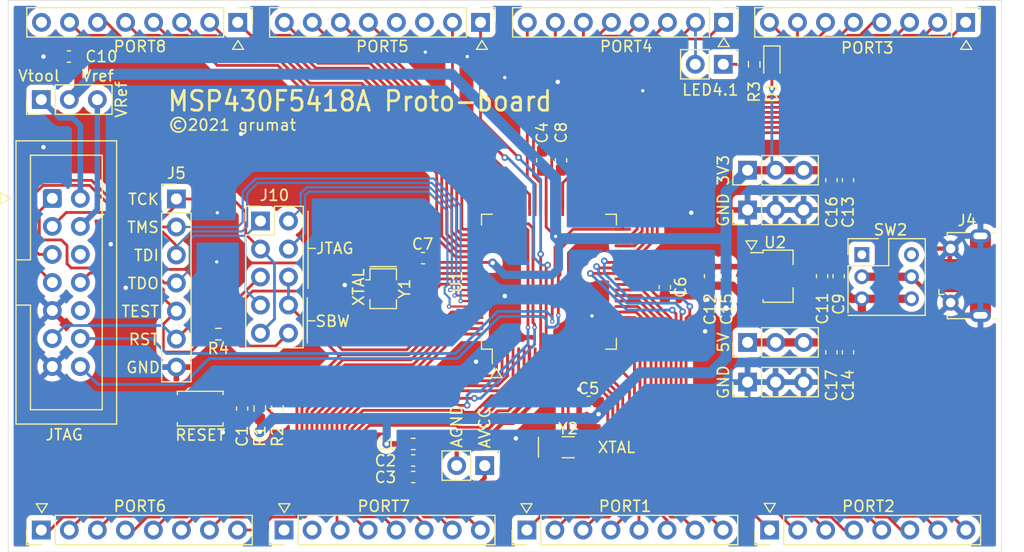
<source format=kicad_pcb>
(kicad_pcb (version 20211014) (generator pcbnew)
  (layers (0 "F.Cu" signal) (31 "B.Cu" signal) (35 "F.Paste" user) (37 "F.SilkS" user "F.Silkscreen") (38 "B.Mask" user) (39 "F.Mask" user) (44 "Edge.Cuts" user))
  (net 0 "")
  (net 1 "GND")
  (net 2 "/RESET")
  (net 3 "/P4.7")
  (net 4 "/P4.6")
  (net 5 "/P4.5")
  (net 6 "/P4.4")
  (net 7 "/P4.3")
  (net 8 "/P4.2")
  (net 9 "/P4.1")
  (net 10 "/P4.0")
  (net 11 "/P3.7")
  (net 12 "/P3.6")
  (net 13 "/P3.3")
  (net 14 "/P3.2")
  (net 15 "/P3.1")
  (net 16 "/P3.0")
  (net 17 "/P2.7")
  (net 18 "/P2.6")
  (net 19 "/P2.5")
  (net 20 "/P2.4")
  (net 21 "/P2.3")
  (net 22 "/P2.2")
  (net 23 "/P2.0")
  (net 24 "/P2.1")
  (net 25 "/P1.7")
  (net 26 "/P1.6")
  (net 27 "/P1.5")
  (net 28 "/P1.4")
  (net 29 "/P1.3")
  (net 30 "/P1.2")
  (net 31 "/P1.1")
  (net 32 "/P1.0")
  (net 33 "/P5.7")
  (net 34 "/P5.6")
  (net 35 "/P5.5")
  (net 36 "/P5.4")
  (net 37 "/P5.3")
  (net 38 "/P5.2")
  (net 39 "/P5.1")
  (net 40 "/P5.0")
  (net 41 "/P6.2")
  (net 42 "/P6.1")
  (net 43 "/P6.0")
  (net 44 "+5V")
  (net 45 "/VCC_SENSE")
  (net 46 "/VCC_TOOL")
  (net 47 "Net-(D1-Pad1)")
  (net 48 "/JRXD")
  (net 49 "/JTXD")
  (net 50 "/JTEST")
  (net 51 "/JRST")
  (net 52 "/JTCK")
  (net 53 "/JTMS")
  (net 54 "/JTDI")
  (net 55 "/JTDO")
  (net 56 "Net-(J1-Pad1)")
  (net 59 "/P7.0")
  (net 60 "/P7.1")
  (net 61 "GNDA")
  (net 62 "+3.3VA")
  (net 63 "Net-(C1-Pad1)")
  (net 64 "+3.3V")
  (net 65 "/P6.7")
  (net 66 "/P6.6")
  (net 67 "/P6.5")
  (net 68 "/P6.4")
  (net 69 "/P6.3")
  (net 70 "Net-(J4-Pad1)")
  (net 74 "/P7.7")
  (net 75 "/P7.6")
  (net 76 "/P7.5")
  (net 77 "/P7.4")
  (net 78 "/P7.3")
  (net 79 "/P7.2")
  (net 82 "Net-(J10-Pad10)")
  (net 83 "/P8.6")
  (net 84 "/P8.5")
  (net 85 "/P8.4")
  (net 86 "/P8.3")
  (net 87 "/P8.2")
  (net 88 "/P8.1")
  (net 89 "/P8.0")
  (net 92 "/TCK")
  (net 93 "/TDO")
  (net 94 "/VCORE")
  (footprint "Capacitor_SMD:C_0603_1608Metric_Pad1.08x0.95mm_HandSolder" (layer "F.Cu") (at 125.592 101.368 180)
    (fp_text reference "C7")
    (fp_text value "220nF")
  )
  (footprint "Connector_PinHeader_2.54mm:PinHeader_1x08_P2.54mm_Vertical" (layer "F.Cu") (at 135 126 90)
    (fp_text reference "J2" hide)
    (fp_text value "PORT1")
  )
  (footprint "Connector_PinHeader_2.54mm:PinHeader_1x08_P2.54mm_Vertical" (layer "F.Cu") (at 174.76 80 -90)
    (fp_text reference "J8" hide)
    (fp_text value "PORT3")
  )
  (footprint "Connector_PinHeader_2.54mm:PinHeader_1x08_P2.54mm_Vertical" (layer "F.Cu") (at 152.82 80 -90)
    (fp_text reference "J11" hide)
    (fp_text value "PORT4")
  )
  (footprint "Connector_PinHeader_2.54mm:PinHeader_1x08_P2.54mm_Vertical" (layer "F.Cu") (at 130.8 80 -90)
    (fp_text reference "J3" hide)
    (fp_text value "PORT5")
  )
  (footprint "Crystal:Crystal_SMD_G8-2Pin_3.2x1.5mm_HandSoldering" (layer "F.Cu") (at 138.75 118.5)
    (fp_text reference "Y2")
    (fp_text value "32768")
  )
  (footprint "Capacitor_SMD:C_0603_1608Metric_Pad1.08x0.95mm_HandSolder" (layer "F.Cu") (at 163.25 103 90)
    (fp_text reference "C9")
    (fp_text value "10uF")
  )
  (footprint "Capacitor_SMD:C_0603_1608Metric_Pad1.08x0.95mm_HandSolder" (layer "F.Cu") (at 151.6 103 90)
    (fp_text reference "C12")
    (fp_text value "10uF")
  )
  (footprint "Capacitor_SMD:C_0603_1608Metric_Pad1.08x0.95mm_HandSolder" (layer "F.Cu") (at 153.1 103 90)
    (fp_text reference "C15")
    (fp_text value "220nF")
  )
  (footprint "Inductor_SMD:L_0603_1608Metric_Pad1.05x0.95mm_HandSolder" (layer "F.Cu") (at 124.7 118.2)
    (fp_text reference "L1")
    (fp_text value "1K8")
  )
  (footprint "Package_TO_SOT_SMD:SOT-89-3" (layer "F.Cu") (at 157.4625 103)
    (fp_text reference "U2")
    (fp_text value "HT7333-A")
  )
  (footprint "LED_SMD:LED_0603_1608Metric_Pad1.05x0.95mm_HandSolder" (layer "F.Cu") (at 157.2 83.8 -90)
    (fp_text reference "D1")
    (fp_text value "LED")
  )
  (footprint "Connector_PinHeader_2.54mm:PinHeader_1x02_P2.54mm_Vertical" (layer "F.Cu") (at 152.8 83.8 -90)
    (fp_text reference "J1" hide)
    (fp_text value "LED4.1")
  )
  (footprint "Resistor_SMD:R_0603_1608Metric_Pad0.98x0.95mm_HandSolder" (layer "F.Cu") (at 155.6 83.8 -90)
    (fp_text reference "R3")
    (fp_text value "1K")
  )
  (footprint "Connector_PinHeader_2.54mm:PinHeader_1x08_P2.54mm_Vertical" (layer "F.Cu") (at 157 126 90)
    (fp_text reference "J6" hide)
    (fp_text value "PORT2")
  )
  (footprint "Connector_PinHeader_2.54mm:PinHeader_1x03_P2.54mm_Vertical" (layer "F.Cu") (at 155 93.4 90)
    (fp_text reference "J14" hide)
    (fp_text value "3V3")
  )
  (footprint "Connector_PinHeader_2.54mm:PinHeader_1x03_P2.54mm_Vertical" (layer "F.Cu") (at 155 97 90)
    (fp_text reference "J17" hide)
    (fp_text value "GND")
  )
  (footprint "Connector_PinHeader_2.54mm:PinHeader_1x03_P2.54mm_Vertical" (layer "F.Cu") (at 155 112.6 90)
    (fp_text reference "J15" hide)
    (fp_text value "GND")
  )
  (footprint "Capacitor_SMD:C_0603_1608Metric_Pad1.08x0.95mm_HandSolder" (layer "F.Cu") (at 164.1 109.9 -90)
    (fp_text reference "C14")
    (fp_text value "220nF")
  )
  (footprint "Capacitor_SMD:C_0603_1608Metric_Pad1.08x0.95mm_HandSolder" (layer "F.Cu") (at 164.1 94.3 -90)
    (fp_text reference "C13")
    (fp_text value "220nF")
  )
  (footprint "Capacitor_SMD:C_0603_1608Metric_Pad1.08x0.95mm_HandSolder" (layer "F.Cu") (at 162.6 94.3 -90)
    (fp_text reference "C16")
    (fp_text value "10uF")
  )
  (footprint "Connector_PinHeader_2.54mm:PinHeader_1x03_P2.54mm_Vertical" (layer "F.Cu") (at 155 109 90)
    (fp_text reference "J16" hide)
    (fp_text value "5V")
  )
  (footprint "lib:USB_Micro-B_Molex-105017-0001-handsolder" (layer "F.Cu") (at 174.8625 102.95 90)
    (fp_text reference "J4")
    (fp_text value "USB_B_Micro")
  )
  (footprint "Connector_PinHeader_2.54mm:PinHeader_1x03_P2.54mm_Vertical" (layer "F.Cu") (at 91 87 90)
    (fp_text reference "J19" hide)
    (fp_text value "VRef")
  )
  (footprint "Capacitor_SMD:C_0603_1608Metric_Pad1.08x0.95mm_HandSolder" (layer "F.Cu") (at 109.2 115 -90)
    (fp_text reference "C1")
    (fp_text value "2.2nF")
  )
  (footprint "Resistor_SMD:R_0603_1608Metric_Pad0.98x0.95mm_HandSolder" (layer "F.Cu") (at 110.8 115 90)
    (fp_text reference "R1")
    (fp_text value "47K")
  )
  (footprint "lib:TL-2203" (layer "F.Cu") (at 165.35 101.05)
    (fp_text reference "SW2")
    (fp_text value "TL-2203")
  )
  (footprint "Capacitor_SMD:C_0603_1608Metric_Pad1.08x0.95mm_HandSolder" (layer "F.Cu") (at 162.6 109.9 -90)
    (fp_text reference "C17")
    (fp_text value "10uF")
  )
  (footprint "Connector_PinHeader_2.54mm:PinHeader_2x05_P2.54mm_Vertical" (layer "F.Cu") (at 110.86 98)
    (fp_text reference "J10")
    (fp_text value "J/S")
  )
  (footprint "lib:SW_Push_SPST_NO_Alps_SKRK_handsolder" (layer "F.Cu") (at 105.4 115)
    (fp_text reference "SW1" hide)
    (fp_text value "RESET")
  )
  (footprint "Capacitor_SMD:C_0603_1608Metric_Pad1.08x0.95mm_HandSolder" (layer "F.Cu") (at 136.4 92.5 90)
    (fp_text reference "C4")
    (fp_text value "220nF")
  )
  (footprint "Capacitor_SMD:C_0603_1608Metric_Pad1.08x0.95mm_HandSolder" (layer "F.Cu") (at 140.6 114.4 180)
    (fp_text reference "C5")
    (fp_text value "220nF")
  )
  (footprint "Capacitor_SMD:C_0603_1608Metric_Pad1.08x0.95mm_HandSolder" (layer "F.Cu") (at 147.5 104 -90)
    (fp_text reference "C6")
    (fp_text value "220nF")
  )
  (footprint "Capacitor_SMD:C_0603_1608Metric_Pad1.08x0.95mm_HandSolder" (layer "F.Cu") (at 138.1 92.5 90)
    (fp_text reference "C8")
    (fp_text value "470nF")
  )
  (footprint "Connector_PinHeader_2.54mm:PinHeader_1x08_P2.54mm_Vertical" (layer "F.Cu") (at 91 126 90)
    (fp_text reference "J7" hide)
    (fp_text value "PORT6")
  )
  (footprint "Connector_PinHeader_2.54mm:PinHeader_1x08_P2.54mm_Vertical" (layer "F.Cu") (at 113 126 90)
    (fp_text reference "J9" hide)
    (fp_text value "PORT7")
  )
  (footprint "Connector_PinHeader_2.54mm:PinHeader_1x08_P2.54mm_Vertical" (layer "F.Cu") (at 108.8 80 -90)
    (fp_text reference "J12" hide)
    (fp_text value "PORT8")
  )
  (footprint "Connector_PinHeader_2.54mm:PinHeader_1x07_P2.54mm_Vertical" (layer "F.Cu") (at 103.24 96)
    (fp_text reference "J5")
    (fp_text value "LogicAna")
  )
  (footprint "Package_QFP:LQFP-80_12x12mm_P0.5mm" (layer "F.Cu") (at 137 103.5 90)
    (fp_text reference "U1")
    (fp_text value "MSP430F5418IPNR")
  )
  (footprint "Crystal:Resonator_SMD_Murata_CSTxExxV-3Pin_3.0x1.1mm" (layer "F.Cu") (at 121.982 104.135 -90)
    (fp_text reference "Y1")
    (fp_text value "CSTNE24M0")
  )
  (footprint "Connector_IDC:IDC-Header_2x07_P2.54mm_Vertical" (layer "F.Cu") (at 92 95.95)
    (fp_text reference "J13" hide)
    (fp_text value "JTAG")
  )
  (footprint "NetTie:NetTie-2_SMD_Pad0.5mm" (layer "F.Cu") (at 132.4 117.7 180)
    (fp_text reference "NT1" hide)
    (fp_text value "NetTie_2")
  )
  (footprint "Capacitor_SMD:C_0603_1608Metric_Pad1.08x0.95mm_HandSolder" (layer "F.Cu") (at 161.75 103 90)
    (fp_text reference "C11")
    (fp_text value "220nF")
  )
  (footprint "Connector_PinHeader_2.54mm:PinHeader_1x02_P2.54mm_Vertical" (layer "F.Cu") (at 131.18 120.164 -90)
    (fp_text reference "J18" hide)
    (fp_text value "AVCC")
  )
  (footprint "Capacitor_SMD:C_0603_1608Metric_Pad1.08x0.95mm_HandSolder" (layer "F.Cu") (at 124.7 119.7)
    (fp_text reference "C2")
    (fp_text value "10uF")
  )
  (footprint "Capacitor_SMD:C_0603_1608Metric_Pad1.08x0.95mm_HandSolder" (layer "F.Cu") (at 124.7 121.2)
    (fp_text reference "C3")
    (fp_text value "220nF")
  )
  (footprint "Capacitor_SMD:C_0603_1608Metric_Pad1.08x0.95mm_HandSolder" (layer "F.Cu") (at 93.5 83.1 180)
    (fp_text reference "C10")
    (fp_text value "220nF")
  )
  (footprint "Resistor_SMD:R_0603_1608Metric_Pad0.98x0.95mm_HandSolder" (layer "F.Cu") (at 112.4 115 -90)
    (fp_text reference "R2")
    (fp_text value "3K3")
  )
  (footprint "Resistor_SMD:R_0603_1608Metric_Pad0.98x0.95mm_HandSolder" (layer "F.Cu") (at 107.05 108.2514)
    (fp_text reference "R4")
    (fp_text value "330")
  )
  (gr_line (start 154.85 99.8) (end 155.85 99.8) (layer "F.SilkS") (width 0.12))
  (gr_line (start 155.35 100.6) (end 154.85 99.8) (layer "F.SilkS") (width 0.12))
  (gr_line (start 155.85 99.8) (end 155.35 100.6) (layer "F.SilkS") (width 0.12))
  (gr_line (start 174.309 82.447) (end 174.809 81.647) (layer "F.SilkS") (width 0.12))
  (gr_line (start 175.309 82.447) (end 174.309 82.447) (layer "F.SilkS") (width 0.12))
  (gr_line (start 174.809 81.647) (end 175.309 82.447) (layer "F.SilkS") (width 0.12))
  (gr_line (start 130.927 81.647) (end 131.427 82.447) (layer "F.SilkS") (width 0.12))
  (gr_line (start 130.427 82.447) (end 130.927 81.647) (layer "F.SilkS") (width 0.12))
  (gr_line (start 131.427 82.447) (end 130.427 82.447) (layer "F.SilkS") (width 0.12))
  (gr_line (start 112.52 123.622) (end 113.52 123.622) (layer "F.SilkS") (width 0.12))
  (gr_line (start 113.52 123.622) (end 113.02 124.422) (layer "F.SilkS") (width 0.12))
  (gr_line (start 113.02 124.422) (end 112.52 123.622) (layer "F.SilkS") (width 0.12))
  (gr_line (start 156.515 123.595) (end 157.515 123.595) (layer "F.SilkS") (width 0.12))
  (gr_line (start 157.515 123.595) (end 157.015 124.395) (layer "F.SilkS") (width 0.12))
  (gr_line (start 157.015 124.395) (end 156.515 123.595) (layer "F.SilkS") (width 0.12))
  (gr_line (start 132.737 112.188) (end 131.737 112.188) (layer "F.SilkS") (width 0.12))
  (gr_line (start 131.737 112.188) (end 132.237 111.388) (layer "F.SilkS") (width 0.12))
  (gr_line (start 132.237 111.388) (end 132.737 112.188) (layer "F.SilkS") (width 0.12))
  (gr_line (start 91.049 124.422) (end 90.549 123.622) (layer "F.SilkS") (width 0.12))
  (gr_line (start 91.549 123.622) (end 91.049 124.422) (layer "F.SilkS") (width 0.12))
  (gr_line (start 90.549 123.622) (end 91.549 123.622) (layer "F.SilkS") (width 0.12))
  (gr_line (start 109.329 82.447) (end 108.329 82.447) (layer "F.SilkS") (width 0.12))
  (gr_line (start 108.329 82.447) (end 108.829 81.647) (layer "F.SilkS") (width 0.12))
  (gr_line (start 108.829 81.647) (end 109.329 82.447) (layer "F.SilkS") (width 0.12))
  (gr_line (start 153.338 82.193) (end 152.338 82.193) (layer "F.SilkS") (width 0.12))
  (gr_line (start 152.338 82.193) (end 152.838 81.393) (layer "F.SilkS") (width 0.12))
  (gr_line (start 152.838 81.393) (end 153.338 82.193) (layer "F.SilkS") (width 0.12))
  (gr_line (start 134.97 124.422) (end 134.47 123.622) (layer "F.SilkS") (width 0.12))
  (gr_line (start 135.47 123.622) (end 134.97 124.422) (layer "F.SilkS") (width 0.12))
  (gr_line (start 134.47 123.622) (end 135.47 123.622) (layer "F.SilkS") (width 0.12))
  (gr_line (start 115.8 107.05) (end 115.1 107.05) (layer "F.SilkS") (width 0.12))
  (gr_line (start 115.167 104.113) (end 115.167 97.113) (layer "F.SilkS") (width 0.12))
  (gr_line (start 115.15 100.479) (end 115.85 100.479) (layer "F.SilkS") (width 0.12))
  (gr_line (start 115.1 109.05) (end 115.1 104.95) (layer "F.SilkS") (width 0.12))
  (gr_line (start 178 78) (end 88 78) (layer "Edge.Cuts") (width 0.05))
  (gr_line (start 88 128) (end 178 128) (layer "Edge.Cuts") (width 0.05))
  (gr_line (start 178 128) (end 178 78) (layer "Edge.Cuts") (width 0.05))
  (gr_line (start 88 78) (end 88 128) (layer "Edge.Cuts") (width 0.05))
  (gr_text "JTAG" (at 117.6 100.479) (layer "F.SilkS") (effects (font (size 1 1))))
  (gr_text "SBW" (at 117.4 107.083) (layer "F.SilkS") (effects (font (size 1 1))))
  (gr_text "XTAL" (at 119.75 104 90) (layer "F.SilkS") (effects (font (size 1 1))))
  (gr_text "XTAL" (at 143.118 118.513) (layer "F.SilkS") (effects (font (size 1 1))))
  (gr_text "TCK" (at 101.75 96.034) (layer "F.SilkS") (effects (font (size 1 1)) (justify right)))
  (gr_text "TMS" (at 101.75 98.574) (layer "F.SilkS") (effects (font (size 1 1)) (justify right)))
  (gr_text "TDI" (at 101.75 101.114) (layer "F.SilkS") (effects (font (size 1 1)) (justify right)))
  (gr_text "TDO" (at 101.75 103.654) (layer "F.SilkS") (effects (font (size 1 1)) (justify right)))
  (gr_text "TEST" (at 101.75 106.194) (layer "F.SilkS") (effects (font (size 1 1)) (justify right)))
  (gr_text "RST" (at 101.75 108.734) (layer "F.SilkS") (effects (font (size 1 1)) (justify right)))
  (gr_text "GND" (at 101.85 111.274) (layer "F.SilkS") (effects (font (size 1 1)) (justify right)))
  (gr_text "AVCC" (at 131.18 118.6908 90) (layer "F.SilkS") (effects (font (size 1 1)) (justify left)))
  (gr_text "AGND" (at 128.64 118.64 90) (layer "F.SilkS") (effects (font (size 1 1)) (justify left)))
  (gr_text "Vref" (at 96.128 84.85) (layer "F.SilkS") (effects (font (size 1 1))))
  (gr_text "MSP430F5418A Proto-board" (at 119.877 87.144) (layer "F.SilkS") (effects (font (size 1.8 1.6) (thickness 0.25))))
  (gr_text "©2021 grumat" (at 108.32 89.303) (layer "F.SilkS") (effects (font (size 1 1))))
  (gr_text "Vtool" (at 90.794 84.85) (layer "F.SilkS") (effects (font (size 1 1))))
  (segment (start 118.5 103.8) (end 116.5 101.8) (width 0.254) (layer "F.Cu") (net 1))
  (segment (start 108.55 101.8) (end 108.45 101.7) (width 0.254) (layer "F.Cu") (net 1))
  (segment (start 139.75 113.25) (end 139.75 114.3875) (width 0.381) (layer "F.Cu") (net 1))
  (segment (start 139.25 112.75) (end 139.75 113.25) (width 0.254) (layer "F.Cu") (net 1))
  (segment (start 137.25 91.75) (end 137.1375 91.6375) (width 0.254) (layer "F.Cu") (net 1))
  (segment (start 91.2 83.1) (end 92.6375 83.1) (width 0.508) (layer "F.Cu") (net 1))
  (segment (start 125.6115 102.25) (end 124.7295 101.368) (width 0.254) (layer "F.Cu") (net 1))
  (segment (start 173.3125 101.65) (end 171.8988 101.65) (width 0.381) (layer "F.Cu") (net 1))
  (segment (start 151.0829 104.8625) (end 151.3476 105.1272) (width 0.508) (layer "F.Cu") (net 1))
  (segment (start 101.8684 102.384) (end 99.5824 100.098) (width 0.254) (layer "F.Cu") (net 1))
  (segment (start 130.3125 102.25) (end 125.6115 102.25) (width 0.254) (layer "F.Cu") (net 1))
  (segment (start 145.75 103.75) (end 146.8625 104.8625) (width 0.254) (layer "F.Cu") (net 1))
  (segment (start 146.8625 104.8625) (end 147.5 104.8625) (width 0.254) (layer "F.Cu") (net 1))
  (segment (start 116.5 101.8) (end 108.55 101.8) (width 0.254) (layer "F.Cu") (net 1))
  (segment (start 136.4 91.6375) (end 137.1375 91.6375) (width 0.254) (layer "F.Cu") (net 1))
  (segment (start 137.25 96.8125) (end 137.25 91.75) (width 0.254) (layer "F.Cu") (net 1))
  (segment (start 132.9 117.7) (end 134 117.7) (width 0.381) (layer "F.Cu") (net 1))
  (segment (start 99.5824 100.098) (end 97.2964 100.098) (width 0.254) (layer "F.Cu") (net 1))
  (segment (start 139.75 114.3875) (end 139.7375 114.4) (width 0.381) (layer "F.Cu") (net 1))
  (segment (start 104.3068 102.384) (end 101.8684 102.384) (width 0.254) (layer "F.Cu") (net 1))
  (segment (start 143.6875 103.75) (end 145.75 103.75) (width 0.254) (layer "F.Cu") (net 1))
  (segment (start 171.672 100.5) (end 173.4 100.5) (width 0.381) (layer "F.Cu") (net 1))
  (segment (start 108.3375 115) (end 109.2 115.8625) (width 0.254) (layer "F.Cu") (net 1))
  (segment (start 171.672 101.4232) (end 171.8988 101.65) (width 0.381) (layer "F.Cu") (net 1))
  (segment (start 171.672 100.5) (end 171.672 101.4232) (width 0.381) (layer "F.Cu") (net 1))
  (segment (start 106.9 101.7) (end 104.9908 101.7) (width 0.254) (layer "F.Cu") (net 1))
  (segment (start 108.45 101.7) (end 106.9 101.7) (width 0.254) (layer "F.Cu") (net 1))
  (segment (start 139.25 110.1875) (end 139.25 112.75) (width 0.254) (layer "F.Cu") (net 1))
  (segment (start 104.9908 101.7) (end 104.3068 102.384) (width 0.254) (layer "F.Cu") (net 1))
  (segment (start 147.5 104.8625) (end 151.0829 104.8625) (width 0.508) (layer "F.Cu") (net 1))
  (segment (start 137.1375 91.6375) (end 138.1 91.6375) (width 0.254) (layer "F.Cu") (net 1))
  (segment (start 107.475 115) (end 108.3375 115) (width 0.254) (layer "F.Cu") (net 1))
  (via (at 133 85) (size 0.6) (drill 0.3) (layers "F.Cu" "B.Cu") (net 1))
  (via (at 151.15 108) (size 0.8) (drill 0.4) (layers "F.Cu" "B.Cu") (net 1))
  (via (at 107.45 117.15) (size 0.8) (drill 0.4) (layers "F.Cu" "B.Cu") (net 1))
  (via (at 91.2 83.1) (size 0.8) (drill 0.4) (layers "F.Cu" "B.Cu") (net 1))
  (via (at 133 104.8) (size 0.8) (drill 0.4) (layers "F.Cu" "B.Cu") (net 1))
  (via (at 145.5 86.2) (size 0.6) (drill 0.3) (layers "F.Cu" "B.Cu") (net 1))
  (via (at 134 117.7) (size 0.8) (drill 0.4) (layers "F.Cu" "B.Cu") (net 1))
  (via (at 98.65 104.05) (size 0.8) (drill 0.4) (layers "F.Cu" "B.Cu") (net 1))
  (via (at 130.4 110.75) (size 0.8) (drill 0.4) (layers "F.Cu" "B.Cu") (net 1))
  (via (at 109.1 90.1) (size 0.8) (drill 0.4) (layers "F.Cu" "B.Cu") (net 1))
  (via (at 118.5 103.8) (size 0.8) (drill 0.4) (layers "F.Cu" "B.Cu") (net 1))
  (via (at 91.2004 91.3096) (size 0.8) (drill 0.4) (layers "F.Cu" "B.Cu") (net 1))
  (via (at 149.9 97.25) (size 0.8) (drill 0.4) (layers "F.Cu" "B.Cu") (net 1))
  (via (at 151.3476 105.1272) (size 0.8) (drill 0.4) (layers "F.Cu" "B.Cu") (net 1))
  (via (at 140.9 106.6) (size 0.6) (drill 0.3) (layers "F.Cu" "B.Cu") (net 1))
  (via (at 106.95 97.25) (size 0.6) (drill 0.3) (layers "F.Cu" "B.Cu") (net 1))
  (via (at 129.6 83.1) (size 0.6) (drill 0.3) (layers "F.Cu" "B.Cu") (net 1))
  (via (at 97.2964 100.098) (size 0.8) (drill 0.4) (layers "F.Cu" "B.Cu") (net 1))
  (via (at 106.9 101.7) (size 0.6) (drill 0.3) (layers "F.Cu" "B.Cu") (net 1))
  (via (at 125.8 82.7) (size 0.6) (drill 0.3) (layers "F.Cu" "B.Cu") (net 1))
  (via (at 139.75 113.25) (size 0.8) (drill 0.4) (layers "F.Cu" "B.Cu") (net 1))
  (via (at 137.8 85.4) (size 0.8) (drill 0.4) (layers "F.Cu" "B.Cu") (net 1))
  (segment (start 116.177001 112.072999) (end 116.15 112.1) (width 0.254) (layer "F.Cu") (net 2))
  (segment (start 124.301246 110.12149) (end 118.12851 110.12149) (width 0.254) (layer "F.Cu") (net 2))
  (segment (start 118.12851 110.12149) (end 116.177001 112.072999) (width 0.254) (layer "F.Cu") (net 2))
  (segment (start 117.90149 110.12149) (end 118.12851 110.12149) (width 0.254) (layer "F.Cu") (net 2))
  (segment (start 128.172736 106.25) (end 124.301246 110.12149) (width 0.254) (layer "F.Cu") (net 2))
  (segment (start 113.4 105.62) (end 117.90149 110.12149) (width 0.254) (layer "F.Cu") (net 2))
  (segment (start 114.1625 114.0875) (end 116.15 112.1) (width 0.254) (layer "F.Cu") (net 2))
  (segment (start 112.4 114.0875) (end 114.1625 114.0875) (width 0.254) (layer "F.Cu") (net 2))
  (segment (start 130.3125 106.25) (end 128.172736 106.25) (width 0.254) (layer "F.Cu") (net 2))
  (segment (start 113.4 103.08) (end 113.4 105.62) (width 0.254) (layer "B.Cu") (net 2))
  (segment (start 135.75 96.8125) (end 135.75 94.690406) (width 0.254) (layer "F.Cu") (net 3))
  (segment (start 135.75 94.690406) (end 135.04 93.980406) (width 0.254) (layer "F.Cu") (net 3))
  (segment (start 135.04 93.980406) (end 135.04 80) (width 0.254) (layer "F.Cu") (net 3))
  (segment (start 137.58 82.17) (end 137.58 80) (width 0.254) (layer "F.Cu") (net 4))
  (segment (start 135.59799 93.89633) (end 135.59799 84.15201) (width 0.254) (layer "F.Cu") (net 4))
  (segment (start 135.59799 84.15201) (end 137.58 82.17) (width 0.254) (layer "F.Cu") (net 4))
  (segment (start 136.25 96.8125) (end 136.25 94.54834) (width 0.254) (layer "F.Cu") (net 4))
  (segment (start 136.25 94.54834) (end 135.59799 93.89633) (width 0.254) (layer "F.Cu") (net 4))
  (segment (start 140.12 92.67834) (end 140.12 80) (width 0.254) (layer "F.Cu") (net 5))
  (segment (start 138.25 94.54834) (end 140.12 92.67834) (width 0.254) (layer "F.Cu") (net 5))
  (segment (start 138.25 96.8125) (end 138.25 94.54834) (width 0.254) (layer "F.Cu") (net 5))
  (segment (start 140.57401 82.08599) (end 142.66 80) (width 0.254) (layer "F.Cu") (net 6))
  (segment (start 138.75 96.8125) (end 138.75 94.690406) (width 0.254) (layer "F.Cu") (net 6))
  (segment (start 140.57401 92.866397) (end 140.57401 82.08599) (width 0.254) (layer "F.Cu") (net 6))
  (segment (start 138.75 94.690406) (end 140.57401 92.866397) (width 0.254) (layer "F.Cu") (net 6))
  (segment (start 139.25 96.8125) (end 139.25 94.832472) (width 0.254) (layer "F.Cu") (net 7))
  (segment (start 139.25 94.832472) (end 141.02802 93.054454) (width 0.254) (layer "F.Cu") (net 7))
  (segment (start 141.02802 93.054454) (end 141.02802 82.274046) (width 0.254) (layer "F.Cu") (net 7))
  (segment (start 142.052066 81.25) (end 143.95 81.25) (width 0.254) (layer "F.Cu") (net 7))
  (segment (start 143.95 81.25) (end 145.2 80) (width 0.254) (layer "F.Cu") (net 7))
  (segment (start 141.02802 82.274046) (end 142.052066 81.25) (width 0.254) (layer "F.Cu") (net 7))
  (segment (start 141.48203 93.242511) (end 141.48203 82.462102) (width 0.254) (layer "F.Cu") (net 8))
  (segment (start 139.75 94.974538) (end 141.48203 93.242511) (width 0.254) (layer "F.Cu") (net 8))
  (segment (start 141.48203 82.462102) (end 142.240122 81.70401) (width 0.254) (layer "F.Cu") (net 8))
  (segment (start 142.240122 81.70401) (end 146.03599 81.70401) (width 0.254) (layer "F.Cu") (net 8))
  (segment (start 146.03599 81.70401) (end 147.74 80) (width 0.254) (layer "F.Cu") (net 8))
  (segment (start 139.75 96.8125) (end 139.75 94.974538) (width 0.254) (layer "F.Cu") (net 8))
  (segment (start 141.93604 93.430568) (end 141.93604 82.650158) (width 0.254) (layer "F.Cu") (net 9))
  (segment (start 142.428178 82.15802) (end 148.12198 82.15802) (width 0.254) (layer "F.Cu") (net 9))
  (segment (start 140.25 95.116604) (end 141.93604 93.430568) (width 0.254) (layer "F.Cu") (net 9))
  (segment (start 140.25 96.8125) (end 140.25 95.116604) (width 0.254) (layer "F.Cu") (net 9))
  (segment (start 141.93604 82.650158) (end 142.428178 82.15802) (width 0.254) (layer "F.Cu") (net 9))
  (segment (start 148.12198 82.15802) (end 150.28 80) (width 0.254) (layer "F.Cu") (net 9))
  (segment (start 150.28 83.78) (end 150.26 83.8) (width 0.254) (layer "B.Cu") (net 9))
  (segment (start 150.28 80) (end 150.28 83.78) (width 0.254) (layer "B.Cu") (net 9))
  (segment (start 142.39005 93.618625) (end 142.39005 82.85995) (width 0.254) (layer "F.Cu") (net 10))
  (segment (start 140.750005 95.25867) (end 142.39005 93.618625) (width 0.254) (layer "F.Cu") (net 10))
  (segment (start 142.39005 82.85995) (end 142.63797 82.61203) (width 0.254) (layer "F.Cu") (net 10))
  (segment (start 149.422067 81.5) (end 151.32 81.5) (width 0.254) (layer "F.Cu") (net 10))
  (segment (start 142.63797 82.61203) (end 148.310037 82.61203) (width 0.254) (layer "F.Cu") (net 10))
  (segment (start 151.32 81.5) (end 152.82 80) (width 0.254) (layer "F.Cu") (net 10))
  (segment (start 148.310037 82.61203) (end 149.422067 81.5) (width 0.254) (layer "F.Cu") (net 10))
  (segment (start 140.75 95.25867) (end 140.750005 95.25867) (width 0.254) (layer "F.Cu") (net 10))
  (segment (start 140.75 96.8125) (end 140.75 95.25867) (width 0.254) (layer "F.Cu") (net 10))
  (segment (start 141.25 95.400741) (end 141.25 96.8125) (width 0.254) (layer "F.Cu") (net 11))
  (segment (start 149.900741 86.75) (end 141.25 95.400741) (width 0.254) (layer "F.Cu") (net 11))
  (segment (start 158.75 86.75) (end 149.900741 86.75) (width 0.254) (layer "F.Cu") (net 11))
  (segment (start 159.25 82.27) (end 159.25 86.25) (width 0.254) (layer "F.Cu") (net 11))
  (segment (start 156.98 80) (end 159.25 82.27) (width 0.254) (layer "F.Cu") (net 11))
  (segment (start 159.25 86.25) (end 158.75 86.75) (width 0.254) (layer "F.Cu") (net 11))
  (segment (start 159.52 80) (end 159.52 81.27) (width 0.254) (layer "F.Cu") (net 12))
  (segment (start 159.5 81.29) (end 159.5 81.877933) (width 0.254) (layer "F.Cu") (net 12))
  (segment (start 159.70401 82.081943) (end 159.70401 86.438056) (width 0.254) (layer "F.Cu") (net 12))
  (segment (start 159.70401 86.438056) (end 158.892066 87.25) (width 0.254) (layer "F.Cu") (net 12))
  (segment (start 159.5 81.877933) (end 159.70401 82.081943) (width 0.254) (layer "F.Cu") (net 12))
  (segment (start 150.042807 87.25) (end 141.75 95.542807) (width 0.254) (layer "F.Cu") (net 12))
  (segment (start 159.52 81.27) (end 159.5 81.29) (width 0.254) (layer "F.Cu") (net 12))
  (segment (start 141.75 95.542807) (end 141.75 96.8125) (width 0.254) (layer "F.Cu") (net 12))
  (segment (start 158.892066 87.25) (end 150.042807 87.25) (width 0.254) (layer "F.Cu") (net 12))
  (segment (start 165.177001 81.177001) (end 164.072999 81.177001) (width 0.254) (layer "F.Cu") (net 13))
  (segment (start 159.456237 88.61203) (end 150.606975 88.61203) (width 0.254) (layer "F.Cu") (net 13))
  (segment (start 145.45401 98.913909) (end 144.617918 99.75) (width 0.254) (layer "F.Cu") (net 13))
  (segment (start 161.06604 87.002227) (end 159.456237 88.61203) (width 0.254) (layer "F.Cu") (net 13))
  (segment (start 166.354002 80) (end 165.177001 81.177001) (width 0.254) (layer "F.Cu") (net 13))
  (segment (start 162.268758 81.805043) (end 161.06604 83.007761) (width 0.254) (layer "F.Cu") (net 13))
  (segment (start 164.072999 81.177001) (end 163.444957 81.805043) (width 0.254) (layer "F.Cu") (net 13))
  (segment (start 161.06604 83.007761) (end 161.06604 87.002227) (width 0.254) (layer "F.Cu") (net 13))
  (segment (start 150.606975 88.61203) (end 145.45401 93.764995) (width 0.254) (layer "F.Cu") (net 13))
  (segment (start 144.617918 99.75) (end 143.6875 99.75) (width 0.254) (layer "F.Cu") (net 13))
  (segment (start 163.444957 81.805043) (end 162.268758 81.805043) (width 0.254) (layer "F.Cu") (net 13))
  (segment (start 167.14 80) (end 166.354002 80) (width 0.254) (layer "F.Cu") (net 13))
  (segment (start 145.45401 93.764995) (end 145.45401 98.913909) (width 0.254) (layer "F.Cu") (net 13))
  (segment (start 168.502999 81.177001) (end 165.822999 81.177001) (width 0.254) (layer "F.Cu") (net 14))
  (segment (start 162.456815 82.259053) (end 161.52005 83.195818) (width 0.254) (layer "F.Cu") (net 14))
  (segment (start 165.822999 81.177001) (end 165.368989 81.631011) (width 0.254) (layer "F.Cu") (net 14))
  (segment (start 169.68 80) (end 168.502999 81.177001) (width 0.254) (layer "F.Cu") (net 14))
  (segment (start 159.644294 89.06604) (end 150.795031 89.06604) (width 0.254) (layer "F.Cu") (net 14))
  (segment (start 144.759985 100.25) (end 143.6875 100.25) (width 0.254) (layer "F.Cu") (net 14))
  (segment (start 161.52005 87.190284) (end 159.644294 89.06604) (width 0.254) (layer "F.Cu") (net 14))
  (segment (start 145.90802 93.953051) (end 145.90802 99.101966) (width 0.254) (layer "F.Cu") (net 14))
  (segment (start 165.368989 81.631011) (end 164.261056 81.631011) (width 0.254) (layer "F.Cu") (net 14))
  (segment (start 145.90802 99.101966) (end 144.759985 100.25) (width 0.254) (layer "F.Cu") (net 14))
  (segment (start 161.52005 83.195818) (end 161.52005 87.190284) (width 0.254) (layer "F.Cu") (net 14))
  (segment (start 164.261056 81.631011) (end 163.633014 82.259053) (width 0.254) (layer "F.Cu") (net 14))
  (segment (start 150.795031 89.06604) (end 145.90802 93.953051) (width 0.254) (layer "F.Cu") (net 14))
  (segment (start 163.633014 82.259053) (end 162.456815 82.259053) (width 0.254) (layer "F.Cu") (net 14))
  (segment (start 163.852088 82.75) (end 162.607934 82.75) (width 0.254) (layer "F.Cu") (net 15))
  (segment (start 164.517067 82.085021) (end 163.852088 82.75) (width 0.254) (layer "F.Cu") (net 15))
  (segment (start 144.902053 100.75) (end 143.6875 100.75) (width 0.254) (layer "F.Cu") (net 15))
  (segment (start 169.145066 81.177001) (end 168.691056 81.631011) (width 0.254) (layer "F.Cu") (net 15))
  (segment (start 146.36203 99.290023) (end 144.902053 100.75) (width 0.254) (layer "F.Cu") (net 15))
  (segment (start 150.983087 89.52005) (end 146.36203 94.141107) (width 0.254) (layer "F.Cu") (net 15))
  (segment (start 166.011055 81.631011) (end 165.557046 82.085021) (width 0.254) (layer "F.Cu") (net 15))
  (segment (start 165.557046 82.085021) (end 164.517067 82.085021) (width 0.254) (layer "F.Cu") (net 15))
  (segment (start 146.36203 94.141107) (end 146.36203 99.290023) (width 0.254) (layer "F.Cu") (net 15))
  (segment (start 171.042999 81.177001) (end 169.145066 81.177001) (width 0.254) (layer "F.Cu") (net 15))
  (segment (start 172.22 80) (end 171.042999 81.177001) (width 0.254) (layer "F.Cu") (net 15))
  (segment (start 168.691056 81.631011) (end 166.011055 81.631011) (width 0.254) (layer "F.Cu") (net 15))
  (segment (start 162.607934 82.75) (end 161.97406 83.383874) (width 0.254) (layer "F.Cu") (net 15))
  (segment (start 161.97406 87.378341) (end 159.832351 89.52005) (width 0.254) (layer "F.Cu") (net 15))
  (segment (start 161.97406 83.383874) (end 161.97406 87.378341) (width 0.254) (layer "F.Cu") (net 15))
  (segment (start 159.832351 89.52005) (end 150.983087 89.52005) (width 0.254) (layer "F.Cu") (net 15))
  (segment (start 174.76 80) (end 173.51 81.25) (width 0.254) (layer "F.Cu") (net 16))
  (segment (start 171.231056 81.631011) (end 169.333122 81.631011) (width 0.254) (layer "F.Cu") (net 16))
  (segment (start 171.612067 81.25) (end 171.231056 81.631011) (width 0.254) (layer "F.Cu") (net 16))
  (segment (start 168.879113 82.085021) (end 166.199112 82.085021) (width 0.254) (layer "F.Cu") (net 16))
  (segment (start 166.199112 82.085021) (end 165.745103 82.539031) (width 0.254) (layer "F.Cu") (net 16))
  (segment (start 162.42807 87.57193) (end 160 90) (width 0.254) (layer "F.Cu") (net 16))
  (segment (start 164.040145 83.204009) (end 162.795991 83.204009) (width 0.254) (layer "F.Cu") (net 16))
  (segment (start 145.044119 101.25) (end 143.6875 101.25) (width 0.254) (layer "F.Cu") (net 16))
  (segment (start 151.145203 90) (end 146.81604 94.329163) (width 0.254) (layer "F.Cu") (net 16))
  (segment (start 160 90) (end 151.145203 90) (width 0.254) (layer "F.Cu") (net 16))
  (segment (start 164.705123 82.539031) (end 164.040145 83.204009) (width 0.254) (layer "F.Cu") (net 16))
  (segment (start 173.51 81.25) (end 171.612067 81.25) (width 0.254) (layer "F.Cu") (net 16))
  (segment (start 146.81604 94.329163) (end 146.81604 99.47808) (width 0.254) (layer "F.Cu") (net 16))
  (segment (start 162.795991 83.204009) (end 162.42807 83.57193) (width 0.254) (layer "F.Cu") (net 16))
  (segment (start 146.81604 99.47808) (end 145.044119 101.25) (width 0.254) (layer "F.Cu") (net 16))
  (segment (start 169.333122 81.631011) (end 168.879113 82.085021) (width 0.254) (layer "F.Cu") (net 16))
  (segment (start 165.745103 82.539031) (end 164.705123 82.539031) (width 0.254) (layer "F.Cu") (net 16))
  (segment (start 162.42807 83.57193) (end 162.42807 87.57193) (width 0.254) (layer "F.Cu") (net 16))
  (segment (start 143.6875 101.75) (end 142.145118 101.75) (width 0.254) (layer "F.Cu") (net 17))
  (segment (start 157.178429 121.68396) (end 158.824963 121.68396) (width 0.254) (layer "F.Cu") (net 17))
  (segment (start 158.824963 121.68396) (end 159.620953 122.47995) (width 0.254) (layer "F.Cu") (net 17))
  (segment (start 166.54717 123.460969) (end 167.00118 123.914979) (width 0.254) (layer "F.Cu") (net 17))
  (segment (start 173.53 124.75) (end 174.78 126) (width 0.254) (layer "F.Cu") (net 17))
  (segment (start 168.101075 123.914979) (end 168.482086 124.29599) (width 0.254) (layer "F.Cu") (net 17))
  (segment (start 149.761392 106.491678) (end 149.42807 106.825) (width 0.254) (layer "F.Cu") (net 17))
  (segment (start 149.736909 120.736909) (end 156.231378 120.736909) (width 0.254) (layer "F.Cu") (net 17))
  (segment (start 149.42807 120.42807) (end 149.736909 120.736909) (width 0.254) (layer "F.Cu") (net 17))
  (segment (start 168.482086 124.29599) (end 171.178057 124.29599) (width 0.254) (layer "F.Cu") (net 17))
  (segment (start 171.178057 124.29599) (end 171.632067 124.75) (width 0.254) (layer "F.Cu") (net 17))
  (segment (start 171.632067 124.75) (end 173.53 124.75) (width 0.254) (layer "F.Cu") (net 17))
  (segment (start 163.325227 123.006959) (end 163.779237 123.460969) (width 0.254) (layer "F.Cu") (net 17))
  (segment (start 161.770285 122.47995) (end 162.297294 123.006959) (width 0.254) (layer "F.Cu") (net 17))
  (segment (start 149.761392 105.74174) (end 149.761392 106.491678) (width 0.254) (layer "F.Cu") (net 17))
  (segment (start 142.145118 101.75) (end 142.018118 101.623) (width 0.254) (layer "F.Cu") (net 17))
  (segment (start 163.779237 123.460969) (end 166.54717 123.460969) (width 0.254) (layer "F.Cu") (net 17))
  (segment (start 159.620953 122.47995) (end 161.770285 122.47995) (width 0.254) (layer "F.Cu") (net 17))
  (segment (start 167.00118 123.914979) (end 168.101075 123.914979) (width 0.254) (layer "F.Cu") (net 17))
  (segment (start 162.297294 123.006959) (end 163.325227 123.006959) (width 0.254) (layer "F.Cu") (net 17))
  (segment (start 149.42807 106.825) (end 149.42807 120.42807) (width 0.254) (layer "F.Cu") (net 17))
  (segment (start 156.231378 120.736909) (end 157.178429 121.68396) (width 0.254) (layer "F.Cu") (net 17))
  (via (at 149.761392 105.74174) (size 0.6) (drill 0.3) (layers "F.Cu" "B.Cu") (net 17))
  (via (at 142.018118 101.623) (size 0.6) (drill 0.3) (layers "F.Cu" "B.Cu") (net 17))
  (segment (start 142.018118 102.733986) (end 144.274605 104.990473) (width 0.254) (layer "B.Cu") (net 17))
  (segment (start 149.761392 105.674854) (end 149.761392 105.74174) (width 0.254) (layer "B.Cu") (net 17))
  (segment (start 149.077011 104.990473) (end 149.761392 105.674854) (width 0.254) (layer "B.Cu") (net 17))
  (segment (start 144.274605 104.990473) (end 149.077011 104.990473) (width 0.254) (layer "B.Cu") (net 17))
  (segment (start 142.018118 101.623) (end 142.018118 102.733986) (width 0.254) (layer "B.Cu") (net 17))
  (segment (start 170.99 124.75) (end 172.24 126) (width 0.254) (layer "F.Cu") (net 18))
  (segment (start 166.813123 124.368989) (end 167.913018 124.368989) (width 0.254) (layer "F.Cu") (net 18))
  (segment (start 162.109237 123.460969) (end 163.13717 123.460969) (width 0.254) (layer "F.Cu") (net 18))
  (segment (start 156.043321 121.190919) (end 156.990372 122.13797) (width 0.254) (layer "F.Cu") (net 18))
  (segment (start 149.548852 121.190919) (end 156.043321 121.190919) (width 0.254) (layer "F.Cu") (net 18))
  (segment (start 163.59118 123.914979) (end 166.359113 123.914979) (width 0.254) (layer "F.Cu") (net 18))
  (segment (start 148.97406 120.616127) (end 149.548852 121.190919) (width 0.254) (layer "F.Cu") (net 18))
  (segment (start 149.11374 106.211368) (end 149.038632 106.211368) (width 0.254) (layer "F.Cu") (net 18))
  (segment (start 159.432896 122.93396) (end 161.582228 122.93396) (width 0.254) (layer "F.Cu") (net 18))
  (segment (start 158.636906 122.13797) (end 159.432896 122.93396) (width 0.254) (layer "F.Cu") (net 18))
  (segment (start 168.294029 124.75) (end 170.99 124.75) (width 0.254) (layer "F.Cu") (net 18))
  (segment (start 141.442687 102.25) (end 141.315687 102.123) (width 0.254) (layer "F.Cu") (net 18))
  (segment (start 149.038632 106.211368) (end 148.97406 106.27594) (width 0.254) (layer "F.Cu") (net 18))
  (segment (start 163.13717 123.460969) (end 163.59118 123.914979) (width 0.254) (layer "F.Cu") (net 18))
  (segment (start 167.913018 124.368989) (end 168.294029 124.75) (width 0.254) (layer "F.Cu") (net 18))
  (segment (start 156.990372 122.13797) (end 158.636906 122.13797) (width 0.254) (layer "F.Cu") (net 18))
  (segment (start 166.359113 123.914979) (end 166.813123 124.368989) (width 0.254) (layer "F.Cu") (net 18))
  (segment (start 161.582228 122.93396) (end 162.109237 123.460969) (width 0.254) (layer "F.Cu") (net 18))
  (segment (start 143.6875 102.25) (end 141.442687 102.25) (width 0.254) (layer "F.Cu") (net 18))
  (segment (start 148.97406 106.27594) (end 148.97406 120.616127) (width 0.254) (layer "F.Cu") (net 18))
  (via (at 141.315687 102.123) (size 0.6) (drill 0.3) (layers "F.Cu" "B.Cu") (net 18))
  (via (at 149.11374 106.211368) (size 0.6) (drill 0.3) (layers "F.Cu" "B.Cu") (net 18))
  (segment (start 141.5 102.857934) (end 144.086549 105.444483) (width 0.254) (layer "B.Cu") (net 18))
  (segment (start 148.479478 105.444483) (end 149.11374 106.078745) (width 0.254) (layer "B.Cu") (net 18))
  (segment (start 141.5 102.307313) (end 141.5 102.857934) (width 0.254) (layer "B.Cu") (net 18))
  (segment (start 144.086549 105.444483) (end 148.479478 105.444483) (width 0.254) (layer "B.Cu") (net 18))
  (segment (start 149.11374 106.078745) (end 149.11374 106.211368) (width 0.254) (layer "B.Cu") (net 18))
  (segment (start 141.315687 102.123) (end 141.5 102.307313) (width 0.254) (layer "B.Cu") (net 18))
  (segment (start 158.448849 122.59198) (end 159.244839 123.38797) (width 0.254) (layer "F.Cu") (net 19))
  (segment (start 168.901962 126) (end 169.7 126) (width 0.254) (layer "F.Cu") (net 19))
  (segment (start 156.802315 122.59198) (end 158.448849 122.59198) (width 0.254) (layer "F.Cu") (net 19))
  (segment (start 148.178517 106.071484) (end 148.52005 106.413017) (width 0.254) (layer "F.Cu") (net 19))
  (segment (start 148.52005 120.804184) (end 149.360795 121.644929) (width 0.254) (layer "F.Cu") (net 19))
  (segment (start 167.724961 124.822999) (end 168.901962 126) (width 0.254) (layer "F.Cu") (net 19))
  (segment (start 159.244839 123.38797) (end 161.394171 123.38797) (width 0.254) (layer "F.Cu") (net 19))
  (segment (start 161.92118 123.914979) (end 162.949113 123.914979) (width 0.254) (layer "F.Cu") (net 19))
  (segment (start 143.6875 102.75) (end 140.75 102.75) (width 0.254) (layer "F.Cu") (net 19))
  (segment (start 155.855264 121.644929) (end 156.802315 122.59198) (width 0.254) (layer "F.Cu") (net 19))
  (segment (start 149.360795 121.644929) (end 155.855264 121.644929) (width 0.254) (layer "F.Cu") (net 19))
  (segment (start 163.403123 124.368989) (end 166.171056 124.368989) (width 0.254) (layer "F.Cu") (net 19))
  (segment (start 166.625066 124.822999) (end 167.724961 124.822999) (width 0.254) (layer "F.Cu") (net 19))
  (segment (start 166.171056 124.368989) (end 166.625066 124.822999) (width 0.254) (layer "F.Cu") (net 19))
  (segment (start 161.394171 123.38797) (end 161.92118 123.914979) (width 0.254) (layer "F.Cu") (net 19))
  (segment (start 148.52005 106.413017) (end 148.52005 120.804184) (width 0.254) (layer "F.Cu") (net 19))
  (segment (start 162.949113 123.914979) (end 163.403123 124.368989) (width 0.254) (layer "F.Cu") (net 19))
  (via (at 148.178517 106.071484) (size 0.6) (drill 0.3) (layers "F.Cu" "B.Cu") (net 19))
  (via (at 140.75 102.75) (size 0.6) (drill 0.3) (layers "F.Cu" "B.Cu") (net 19))
  (segment (start 144.071484 106.071484) (end 140.75 102.75) (width 0.254) (layer "B.Cu") (net 19))
  (segment (start 148.178517 106.071484) (end 144.071484 106.071484) (width 0.254) (layer "B.Cu") (net 19))
  (segment (start 161.733123 124.368989) (end 162.761056 124.368989) (width 0.254) (layer "F.Cu") (net 20))
  (segment (start 162.761056 124.368989) (end 163.215066 124.822999) (width 0.254) (layer "F.Cu") (net 20))
  (segment (start 155.667207 122.098939) (end 156.614257 123.04599) (width 0.254) (layer "F.Cu") (net 20))
  (segment (start 156.614257 123.04599) (end 158.260792 123.04599) (width 0.254) (layer "F.Cu") (net 20))
  (segment (start 149.172738 122.098939) (end 155.667207 122.098939) (width 0.254) (layer "F.Cu") (net 20))
  (segment (start 148.06604 120.992241) (end 149.172738 122.098939) (width 0.254) (layer "F.Cu") (net 20))
  (segment (start 145.470319 104.25) (end 148.06604 106.84572) (width 0.254) (layer "F.Cu") (net 20))
  (segment (start 158.260792 123.04599) (end 159.056782 123.84198) (width 0.254) (layer "F.Cu") (net 20))
  (segment (start 148.06604 106.84572) (end 148.06604 120.992241) (width 0.254) (layer "F.Cu") (net 20))
  (segment (start 161.206114 123.84198) (end 161.733123 124.368989) (width 0.254) (layer "F.Cu") (net 20))
  (segment (start 163.215066 124.822999) (end 165.982999 124.822999) (width 0.254) (layer "F.Cu") (net 20))
  (segment (start 165.982999 124.822999) (end 167.16 126) (width 0.254) (layer "F.Cu") (net 20))
  (segment (start 143.6875 104.25) (end 145.470319 104.25) (width 0.254) (layer "F.Cu") (net 20))
  (segment (start 159.056782 123.84198) (end 161.206114 123.84198) (width 0.254) (layer "F.Cu") (net 20))
  (segment (start 147.61203 121.180298) (end 148.984681 122.552949) (width 0.254) (layer "F.Cu") (net 21))
  (segment (start 155.47915 122.552949) (end 156.4262 123.5) (width 0.254) (layer "F.Cu") (net 21))
  (segment (start 161.545066 124.822999) (end 162.572999 124.822999) (width 0.254) (layer "F.Cu") (net 21))
  (segment (start 156.4262 123.5) (end 158.072735 123.5) (width 0.254) (layer "F.Cu") (net 21))
  (segment (start 158.868725 124.29599) (end 161.018057 124.29599) (width 0.254) (layer "F.Cu") (net 21))
  (segment (start 158.072735 123.5) (end 158.868725 124.29599) (width 0.254) (layer "F.Cu") (net 21))
  (segment (start 147.61203 107.033777) (end 147.61203 121.180298) (width 0.254) (layer "F.Cu") (net 21))
  (segment (start 162.572999 124.822999) (end 163.75 126) (width 0.254) (layer "F.Cu") (net 21))
  (segment (start 163.75 126) (end 164.62 126) (width 0.254) (layer "F.Cu") (net 21))
  (segment (start 143.6875 104.75) (end 145.328252 104.75) (width 0.254) (layer "F.Cu") (net 21))
  (segment (start 145.328252 104.75) (end 147.61203 107.033777) (width 0.254) (layer "F.Cu") (net 21))
  (segment (start 161.018057 124.29599) (end 161.545066 124.822999) (width 0.254) (layer "F.Cu") (net 21))
  (segment (start 148.984681 122.552949) (end 155.47915 122.552949) (width 0.254) (layer "F.Cu") (net 21))
  (segment (start 143.6875 105.25) (end 145.186185 105.25) (width 0.254) (layer "F.Cu") (net 22))
  (segment (start 147.15802 107.221834) (end 147.15802 121.368355) (width 0.254) (layer "F.Cu") (net 22))
  (segment (start 155.291093 123.006959) (end 156.259091 123.974957) (width 0.254) (layer "F.Cu") (net 22))
  (segment (start 148.796624 123.006959) (end 155.291093 123.006959) (width 0.254) (layer "F.Cu") (net 22))
  (segment (start 157.905626 123.974957) (end 158.680669 124.75) (width 0.254) (layer "F.Cu") (net 22))
  (segment (start 145.186185 105.25) (end 147.15802 107.221834) (width 0.254) (layer "F.Cu") (net 22))
  (segment (start 160.83 124.75) (end 162.08 126) (width 0.254) (layer "F.Cu") (net 22))
  (segment (start 158.680669 124.75) (end 160.83 124.75) (width 0.254) (layer "F.Cu") (net 22))
  (segment (start 156.259091 123.974957) (end 157.905626 123.974957) (width 0.254) (layer "F.Cu") (net 22))
  (segment (start 147.15802 121.368355) (end 148.796624 123.006959) (width 0.254) (layer "F.Cu") (net 22))
  (segment (start 148.42051 123.914979) (end 154.914979 123.914979) (width 0.254) (layer "F.Cu") (net 23))
  (segment (start 144.902052 106.25) (end 146.25 107.597948) (width 0.254) (layer "F.Cu") (net 23))
  (segment (start 146.25 121.744469) (end 148.42051 123.914979) (width 0.254) (layer "F.Cu") (net 23))
  (segment (start 154.914979 123.914979) (end 157 126) (width 0.254) (layer "F.Cu") (net 23))
  (segment (start 146.25 107.597948) (end 146.25 121.744469) (width 0.254) (layer "F.Cu") (net 23))
  (segment (start 143.6875 106.25) (end 144.902052 106.25) (width 0.254) (layer "F.Cu") (net 23))
  (segment (start 145.044118 105.75) (end 146.70401 107.409891) (width 0.254) (layer "F.Cu") (net 24))
  (segment (start 146.70401 107.409891) (end 146.70401 121.556412) (width 0.254) (layer "F.Cu") (net 24))
  (segment (start 155.103036 123.460969) (end 156.071033 124.428967) (width 0.254) (layer "F.Cu") (net 24))
  (segment (start 157.717569 124.428967) (end 159.288602 126) (width 0.254) (layer "F.Cu") (net 24))
  (segment (start 159.288602 126) (end 159.54 126) (width 0.254) (layer "F.Cu") (net 24))
  (segment (start 143.6875 105.75) (end 145.044118 105.75) (width 0.254) (layer "F.Cu") (net 24))
  (segment (start 148.608567 123.460969) (end 155.103036 123.460969) (width 0.254) (layer "F.Cu") (net 24))
  (segment (start 146.70401 121.556412) (end 148.608567 123.460969) (width 0.254) (layer "F.Cu") (net 24))
  (segment (start 156.071033 124.428967) (end 157.717569 124.428967) (width 0.254) (layer "F.Cu") (net 24))
  (segment (start 148.232453 124.368989) (end 151.148989 124.368989) (width 0.254) (layer "F.Cu") (net 25))
  (segment (start 145.70401 121.840546) (end 148.232453 124.368989) (width 0.254) (layer "F.Cu") (net 25))
  (segment (start 151.148989 124.368989) (end 152.78 126) (width 0.254) (layer "F.Cu") (net 25))
  (segment (start 144.759986 106.75) (end 145.70401 107.694024) (width 0.254) (layer "F.Cu") (net 25))
  (segment (start 145.70401 107.694024) (end 145.70401 121.840546) (width 0.254) (layer "F.Cu") (net 25))
  (segment (start 143.6875 106.75) (end 144.759986 106.75) (width 0.254) (layer "F.Cu") (net 25))
  (segment (start 145.25 107.882081) (end 145.25 122.028603) (width 0.254) (layer "F.Cu") (net 26))
  (segment (start 148.044396 124.822999) (end 149.062999 124.822999) (width 0.254) (layer "F.Cu") (net 26))
  (segment (start 144.617919 107.25) (end 145.25 107.882081) (width 0.254) (layer "F.Cu") (net 26))
  (segment (start 145.25 122.028603) (end 148.044396 124.822999) (width 0.254) (layer "F.Cu") (net 26))
  (segment (start 149.062999 124.822999) (end 150.24 126) (width 0.254) (layer "F.Cu") (net 26))
  (segment (start 143.6875 107.25) (end 144.617919 107.25) (width 0.254) (layer "F.Cu") (net 26))
  (segment (start 144.75201 108.026158) (end 144.75201 109.74799) (width 0.254) (layer "F.Cu") (net 27))
  (segment (start 147.7 125.120669) (end 147.7 126) (width 0.254) (layer "F.Cu") (net 27))
  (segment (start 144.475852 107.75) (end 144.75201 108.026158) (width 0.254) (layer "F.Cu") (net 27))
  (segment (start 144.75201 109.74799) (end 144.75 109.75) (width 0.254) (layer "F.Cu") (net 27))
  (segment (start 143.6875 107.75) (end 144.475852 107.75) (width 0.254) (layer "F.Cu") (net 27))
  (segment (start 144.75 122.170669) (end 147.7 125.120669) (width 0.254) (layer "F.Cu") (net 27))
  (segment (start 144.75 109.75) (end 144.75 122.170669) (width 0.254) (layer "F.Cu") (net 27))
  (segment (start 144.29599 112.29599) (end 144.29599 122.358726) (width 0.254) (layer "F.Cu") (net 28))
  (segment (start 143.6875 111.6875) (end 144.29599 112.29599) (width 0.254) (layer "F.Cu") (net 28))
  (segment (start 143.6875 108.25) (end 143.6875 111.6875) (width 0.254) (layer "F.Cu") (net 28))
  (segment (start 144.29599 122.358726) (end 145.16 123.222735) (width 0.254) (layer "F.Cu") (net 28))
  (segment (start 145.16 123.222735) (end 145.16 126) (width 0.254) (layer "F.Cu") (net 28))
  (segment (start 143.68904 124.93096) (end 143.68904 113.364499) (width 0.254) (layer "F.Cu") (net 29))
  (segment (start 141.75 111.425459) (end 141.75 110.1875) (width 0.254) (layer "F.Cu") (net 29))
  (segment (start 142.62 126) (end 143.68904 124.93096) (width 0.254) (layer "F.Cu") (net 29))
  (segment (start 143.68904 113.364499) (end 141.75 111.425459) (width 0.254) (layer "F.Cu") (net 29))
  (segment (start 141.25 111.567527) (end 143.23503 113.552556) (width 0.254) (layer "F.Cu") (net 30))
  (segment (start 141.257001 124.822999) (end 140.08 126) (width 0.254) (layer "F.Cu") (net 30))
  (segment (start 142.427001 124.822999) (end 141.257001 124.822999) (width 0.254) (layer "F.Cu") (net 30))
  (segment (start 143.23503 124.01497) (end 142.427001 124.822999) (width 0.254) (layer "F.Cu") (net 30))
  (segment (start 143.23503 113.552556) (end 143.23503 124.01497) (width 0.254) (layer "F.Cu") (net 30))
  (segment (start 141.25 110.1875) (end 141.25 111.567527) (width 0.254) (layer "F.Cu") (net 30))
  (segment (start 140.614934 124.822999) (end 138.717001 124.822999) (width 0.254) (layer "F.Cu") (net 31))
  (segment (start 142.238945 124.368989) (end 141.068944 124.368989) (width 0.254) (layer "F.Cu") (net 31))
  (segment (start 142.78102 113.740613) (end 142.78102 123.826914) (width 0.254) (layer "F.Cu") (net 31))
  (segment (start 140.75 111.709594) (end 142.78102 113.740613) (width 0.254) (layer "F.Cu") (net 31))
  (segment (start 141.068944 124.368989) (end 140.614934 124.822999) (width 0.254) (layer "F.Cu") (net 31))
  (segment (start 142.78102 123.826914) (end 142.238945 124.368989) (width 0.254) (layer "F.Cu") (net 31))
  (segment (start 138.717001 124.822999) (end 137.54 126) (width 0.254) (layer "F.Cu") (net 31))
  (segment (start 140.75 110.1875) (end 140.75 111.709594) (width 0.254) (layer "F.Cu") (net 31))
  (segment (start 140.25 110.1875) (end 140.25 111.85166) (width 0.254) (layer "F.Cu") (net 32))
  (segment (start 142.32701 113.92867) (end 142.32701 123.638858) (width 0.254) (layer "F.Cu") (net 32))
  (segment (start 142.32701 123.638858) (end 142.050889 123.914979) (width 0.254) (layer "F.Cu") (net 32))
  (segment (start 140.426877 124.368989) (end 138.528944 124.368989) (width 0.254) (layer "F.Cu") (net 32))
  (segment (start 138.528944 124.368989) (end 138.074935 124.822999) (width 0.254) (layer "F.Cu") (net 32))
  (segment (start 138.074935 124.822999) (end 136.177001 124.822999) (width 0.254) (layer "F.Cu") (net 32))
  (segment (start 140.880887 123.914979) (end 140.426877 124.368989) (width 0.254) (layer "F.Cu") (net 32))
  (segment (start 140.25 111.85166) (end 142.32701 113.92867) (width 0.254) (layer "F.Cu") (net 32))
  (segment (start 136.177001 124.822999) (end 135 126) (width 0.254) (layer "F.Cu") (net 32))
  (segment (start 142.050889 123.914979) (end 140.880887 123.914979) (width 0.254) (layer "F.Cu") (net 32))
  (segment (start 116.27 83.25) (end 120.975852 83.25) (width 0.254) (layer "F.Cu") (net 33))
  (segment (start 113.02 80) (end 116.27 83.25) (width 0.254) (layer "F.Cu") (net 33))
  (segment (start 120.975852 83.25) (end 133.75 96.024148) (width 0.254) (layer "F.Cu") (net 33))
  (segment (start 133.75 96.024148) (end 133.75 96.8125) (width 0.254) (layer "F.Cu") (net 33))
  (segment (start 134.25 96.8125) (end 134.25 95.882082) (width 0.254) (layer "F.Cu") (net 34))
  (segment (start 134.25 95.882082) (end 121.117918 82.75) (width 0.254) (layer "F.Cu") (net 34))
  (segment (start 121.117918 82.75) (end 118.31 82.75) (width 0.254) (layer "F.Cu") (net 34))
  (segment (start 118.31 82.75) (end 115.56 80) (width 0.254) (layer "F.Cu") (net 34))
  (segment (start 134.75 95.740016) (end 121.259984 82.25) (width 0.254) (layer "F.Cu") (net 35))
  (segment (start 120.35 82.25) (end 118.1 80) (width 0.254) (layer "F.Cu") (net 35))
  (segment (start 121.259984 82.25) (end 120.35 82.25) (width 0.254) (layer "F.Cu") (net 35))
  (segment (start 134.75 96.8125) (end 134.75 95.740016) (width 0.254) (layer "F.Cu") (net 35))
  (segment (start 121.75 81.11) (end 120.64 80) (width 0.254) (layer "F.Cu") (net 36))
  (segment (start 135.25 95.59795) (end 121.75 82.09795) (width 0.254) (layer "F.Cu") (net 36))
  (segment (start 121.75 82.09795) (end 121.75 81.11) (width 0.254) (layer "F.Cu") (net 36))
  (segment (start 135.25 96.8125) (end 135.25 95.59795) (width 0.254) (layer "F.Cu") (net 36))
  (segment (start 123.517 102.935) (end 121.982 102.935) (width 0.254) (layer "F.Cu") (net 37))
  (segment (start 130.3125 102.75) (end 123.702 102.75) (width 0.254) (layer "F.Cu") (net 37))
  (segment (start 123.702 102.75) (end 123.517 102.935) (width 0.254) (layer "F.Cu") (net 37))
  (segment (start 130.3125 103.25) (end 125.742 103.25) (width 0.254) (layer "F.Cu") (net 38))
  (segment (start 123.657 105.335) (end 121.982 105.335) (width 0.254) (layer "F.Cu") (net 38))
  (segment (start 125.742 103.25) (end 123.657 105.335) (width 0.254) (layer "F.Cu") (net 38))
  (segment (start 133 92.25) (end 128.26 87.51) (width 0.254) (layer "F.Cu") (net 39))
  (segment (start 136.75 102.127) (end 136.877 102) (width 0.254) (layer "F.Cu") (net 39))
  (segment (start 128.26 87.51) (end 128.26 80) (width 0.254) (layer "F.Cu") (net 39))
  (segment (start 136.75 110.1875) (end 136.75 102.127) (width 0.254) (layer "F.Cu") (net 39))
  (via (at 133 92.25) (size 0.6) (drill 0.3) (layers "F.Cu" "B.Cu") (net 39))
  (via (at 136.877 102) (size 0.6) (drill 0.3) (layers "F.Cu" "B.Cu") (net 39))
  (segment (start 136.322038 102) (end 135.622999 101.300961) (width 0.254) (layer "B.Cu") (net 39))
  (segment (start 135.622999 101.300961) (end 135.622999 94.622999) (width 0.254) (layer "B.Cu") (net 39))
  (segment (start 135.622999 94.622999) (end 133.25 92.25) (width 0.254) (layer "B.Cu") (net 39))
  (segment (start 133.25 92.25) (end 133 92.25) (width 0.254) (layer "B.Cu") (net 39))
  (segment (start 136.877 102) (end 136.322038 102) (width 0.254) (layer "B.Cu") (net 39))
  (segment (start 130.8 88.8) (end 130.8 80) (width 0.254) (layer "F.Cu") (net 40))
  (segment (start 136.25 110.1875) (end 136.25 101) (width 0.254) (layer "F.Cu") (net 40))
  (segment (start 134.25 92.25) (end 130.8 88.8) (width 0.254) (layer "F.Cu") (net 40))
  (via (at 136.25 101) (size 0.6) (drill 0.3) (layers "F.Cu" "B.Cu") (net 40))
  (via (at 134.25 92.25) (size 0.6) (drill 0.3) (layers "F.Cu" "B.Cu") (net 40))
  (segment (start 136.25 94.25) (end 134.25 92.25) (width 0.254) (layer "B.Cu") (net 40))
  (segment (start 136.25 101) (end 136.25 94.25) (width 0.254) (layer "B.Cu") (net 40))
  (segment (start 126.861932 109.496) (end 126.852935 109.496) (width 0.254) (layer "F.Cu") (net 41))
  (segment (start 103.858821 123.914979) (end 101.960887 123.914979) (width 0.254) (layer "F.Cu") (net 41))
  (segment (start 128.290716 108.067216) (end 126.861932 109.496) (width 0.254) (layer "F.Cu") (net 41))
  (segment (start 106.664773 123.006959) (end 106.283763 123.38797) (width 0.254) (layer "F.Cu") (net 41))
  (segment (start 118.700744 111.48352) (end 115.07002 115.114244) (width 0.254) (layer "F.Cu") (net 41))
  (segment (start 124.865416 111.48352) (end 118.700744 111.48352) (width 0.254) (layer "F.Cu") (net 41))
  (segment (start 106.283763 123.38797) (end 104.385829 123.38797) (width 0.254) (layer "F.Cu") (net 41))
  (segment (start 126.852935 109.496) (end 124.865416 111.48352) (width 0.254) (layer "F.Cu") (net 41))
  (segment (start 115.07002 121.429114) (end 113.953144 122.54599) (width 0.254) (layer "F.Cu") (net 41))
  (segment (start 100.025972 124.75) (end 97.33 124.75) (width 0.254) (layer "F.Cu") (net 41))
  (segment (start 97.33 124.75) (end 96.08 126) (width 0.254) (layer "F.Cu") (net 41))
  (segment (start 128.607933 107.75) (end 128.290716 108.067216) (width 0.254) (layer "F.Cu") (net 41))
  (segment (start 104.385829 123.38797) (end 103.858821 123.914979) (width 0.254) (layer "F.Cu") (net 41))
  (segment (start 130.3125 107.75) (end 128.607933 107.75) (width 0.254) (layer "F.Cu") (net 41))
  (segment (start 115.07002 115.114244) (end 115.07002 121.429114) (width 0.254) (layer "F.Cu") (net 41))
  (segment (start 113.953144 122.54599) (end 110.955074 122.54599) (width 0.254) (layer "F.Cu") (net 41))
  (segment (start 101.506878 124.368989) (end 100.406982 124.368989) (width 0.254) (layer "F.Cu") (net 41))
  (segment (start 100.406982 124.368989) (end 100.025972 124.75) (width 0.254) (layer "F.Cu") (net 41))
  (segment (start 110.494106 123.006959) (end 106.664773 123.006959) (width 0.254) (layer "F.Cu") (net 41))
  (segment (start 110.955074 122.54599) (end 110.494106 123.006959) (width 0.254) (layer "F.Cu") (net 41))
  (segment (start 101.960887 123.914979) (end 101.506878 124.368989) (width 0.254) (layer "F.Cu") (net 41))
  (segment (start 104.197772 122.93396) (end 103.670764 123.460969) (width 0.254) (layer "F.Cu") (net 42))
  (segment (start 130.3125 107.25) (end 128.465866 107.25) (width 0.254) (layer "F.Cu") (net 42))
  (segment (start 127.317029 108.389839) (end 124.677359 111.02951) (width 0.254) (layer "F.Cu") (net 42))
  (segment (start 103.670764 123.460969) (end 101.77283 123.460969) (width 0.254) (layer "F.Cu") (net 42))
  (segment (start 127.326027 108.389839) (end 127.317029 108.389839) (width 0.254) (layer "F.Cu") (net 42))
  (segment (start 114.61601 114.926187) (end 114.61601 121.241057) (width 0.254) (layer "F.Cu") (net 42))
  (segment (start 114.61601 121.241057) (end 113.765087 122.09198) (width 0.254) (layer "F.Cu") (net 42))
  (segment (start 94.717001 124.822999) (end 93.54 126) (width 0.254) (layer "F.Cu") (net 42))
  (segment (start 110.306049 122.552949) (end 106.476716 122.552949) (width 0.254) (layer "F.Cu") (net 42))
  (segment (start 124.677359 111.02951) (end 118.512687 111.02951) (width 0.254) (layer "F.Cu") (net 42))
  (segment (start 97.141943 124.29599) (end 96.614935 124.822999) (width 0.254) (layer "F.Cu") (net 42))
  (segment (start 100.218925 123.914979) (end 99.837915 124.29599) (width 0.254) (layer "F.Cu") (net 42))
  (segment (start 113.765087 122.09198) (end 110.767017 122.09198) (width 0.254) (layer "F.Cu") (net 42))
  (segment (start 101.318821 123.914979) (end 100.218925 123.914979) (width 0.254) (layer "F.Cu") (net 42))
  (segment (start 101.77283 123.460969) (end 101.318821 123.914979) (width 0.254) (layer "F.Cu") (net 42))
  (segment (start 110.767017 122.09198) (end 110.306049 122.552949) (width 0.254) (layer "F.Cu") (net 42))
  (segment (start 106.095706 122.93396) (end 104.197772 122.93396) (width 0.254) (layer "F.Cu") (net 42))
  (segment (start 118.512687 111.02951) (end 114.61601 114.926187) (width 0.254) (layer "F.Cu") (net 42))
  (segment (start 128.465866 107.25) (end 127.326027 108.389839) (width 0.254) (layer "F.Cu") (net 42))
  (segment (start 106.476716 122.552949) (end 106.095706 122.93396) (width 0.254) (layer "F.Cu") (net 42))
  (segment (start 99.837915 124.29599) (end 97.141943 124.29599) (width 0.254) (layer "F.Cu") (net 42))
  (segment (start 96.614935 124.822999) (end 94.717001 124.822999) (width 0.254) (layer "F.Cu") (net 42))
  (segment (start 127.128973 107.935829) (end 124.489302 110.5755) (width 0.254) (layer "F.Cu") (net 43))
  (segment (start 101.130764 123.460969) (end 100.030868 123.460969) (width 0.254) (layer "F.Cu") (net 43))
  (segment (start 110.57896 121.63797) (end 110.117992 122.098939) (width 0.254) (layer "F.Cu") (net 43))
  (segment (start 100.030868 123.460969) (end 99.649858 123.84198) (width 0.254) (layer "F.Cu") (net 43))
  (segment (start 96.953886 123.84198) (end 96.426878 124.368989) (width 0.254) (layer "F.Cu") (net 43))
  (segment (start 105.907649 122.47995) (end 104.009715 122.47995) (width 0.254) (layer "F.Cu") (net 43))
  (segment (start 104.009715 122.47995) (end 103.489666 123) (width 0.254) (layer "F.Cu") (net 43))
  (segment (start 114.162 121.053) (end 113.57703 121.63797) (width 0.254) (layer "F.Cu") (net 43))
  (segment (start 130.3125 106.75) (end 128.323799 106.75) (width 0.254) (layer "F.Cu") (net 43))
  (segment (start 103.489666 123) (end 101.591733 123) (width 0.254) (layer "F.Cu") (net 43))
  (segment (start 92.975039 124.822999) (end 91.798038 126) (width 0.254) (layer "F.Cu") (net 43))
  (segment (start 106.288659 122.098939) (end 105.907649 122.47995) (width 0.254) (layer "F.Cu") (net 43))
  (segment (start 127.13797 107.935829) (end 127.128973 107.935829) (width 0.254) (layer "F.Cu") (net 43))
  (segment (start 128.323799 106.75) (end 127.13797 107.935829) (width 0.254) (layer "F.Cu") (net 43))
  (segment (start 91.798038 126) (end 91 126) (width 0.254) (layer "F.Cu") (net 43))
  (segment (start 101.591733 123) (end 101.130764 123.460969) (width 0.254) (layer "F.Cu") (net 43))
  (segment (start 113.57703 121.63797) (end 110.57896 121.63797) (width 0.254) (layer "F.Cu") (net 43))
  (segment (start 96.426878 124.368989) (end 94.528944 124.368989) (width 0.254) (layer "F.Cu") (net 43))
  (segment (start 99.649858 123.84198) (end 96.953886 123.84198) (width 0.254) (layer "F.Cu") (net 43))
  (segment (start 118.32463 110.5755) (end 114.162 114.73813) (width 0.254) (layer "F.Cu") (net 43))
  (segment (start 110.117992 122.098939) (end 106.288659 122.098939) (width 0.254) (layer "F.Cu") (net 43))
  (segment (start 114.162 114.73813) (end 114.162 121.053) (width 0.254) (layer "F.Cu") (net 43))
  (segment (start 94.074935 124.822999) (end 92.975039 124.822999) (width 0.254) (layer "F.Cu") (net 43))
  (segment (start 94.528944 124.368989) (end 94.074935 124.822999) (width 0.254) (layer "F.Cu") (net 43))
  (segment (start 124.489302 110.5755) (end 118.32463 110.5755) (width 0.254) (layer "F.Cu") (net 43))
  (segment (start 165.35 105.05) (end 165.35 107.7875) (width 0.75) (layer "F.Cu") (net 44))
  (segment (start 160.08 109) (end 162.5625 109) (width 0.75) (layer "F.Cu") (net 44))
  (segment (start 165.35 105.05) (end 164.4375 105.05) (width 0.75) (layer "F.Cu") (net 44))
  (segment (start 164.4375 105.05) (end 163.25 103.8625) (width 0.75) (layer "F.Cu") (net 44))
  (segment (start 161.75 103.8625) (end 163.25 103.8625) (width 0.75) (layer "F.Cu") (net 44))
  (segment (start 160.8875 103) (end 155.4 103) (width 0.75) (layer "F.Cu") (net 44))
  (segment (start 157.54 109) (end 160.08 109) (width 0.75) (layer "F.Cu") (net 44))
  (segment (start 162.5625 109) (end 162.6 109.0375) (width 0.75) (layer "F.Cu") (net 44))
  (segment (start 169.85 105.05) (end 165.35 105.05) (width 0.75) (layer "F.Cu") (net 44))
  (segment (start 155 109) (end 157.54 109) (width 0.75) (layer "F.Cu") (net 44))
  (segment (start 161.75 103.8625) (end 160.8875 103) (width 0.75) (layer "F.Cu") (net 44))
  (segment (start 165.35 107.7875) (end 164.1 109.0375) (width 0.75) (layer "F.Cu") (net 44))
  (segment (start 162.6 109.0375) (end 164.1 109.0375) (width 0.75) (layer "F.Cu") (net 44))
  (segment (start 96.08 96.95) (end 96.08 87) (width 0.508) (layer "B.Cu") (net 45))
  (segment (start 94.54 98.49) (end 96.08 96.95) (width 0.508) (layer "B.Cu") (net 45))
  (segment (start 94.54 89.34) (end 94.54 95.95) (width 0.508) (layer "B.Cu") (net 46))
  (segment (start 93.85 88.65) (end 94.54 89.34) (width 0.508) (layer "B.Cu") (net 46))
  (segment (start 91 87) (end 92.65 88.65) (width 0.508) (layer "B.Cu") (net 46))
  (segment (start 92.65 88.65) (end 93.85 88.65) (width 0.508) (layer "B.Cu") (net 46))
  (segment (start 155.6 82.8875) (end 157.1625 82.8875) (width 0.254) (layer "F.Cu") (net 47))
  (segment (start 157.1625 82.8875) (end 157.2 82.925) (width 0.254) (layer "F.Cu") (net 47))
  (segment (start 159.26818 88.15802) (end 150.418919 88.15802) (width 0.254) (layer "F.Cu") (net 48))
  (segment (start 160.61203 86.81417) (end 159.26818 88.15802) (width 0.254) (layer "F.Cu") (net 48))
  (segment (start 164.6 80) (end 163.248967 81.351033) (width 0.254) (layer "F.Cu") (net 48))
  (segment (start 145 93.576939) (end 145 98.725852) (width 0.254) (layer "F.Cu") (net 48))
  (segment (start 145 98.725852) (end 144.475852 99.25) (width 0.254) (layer "F.Cu") (net 48))
  (segment (start 137.85 103.042067) (end 138.00401 102.888057) (width 0.254) (layer "F.Cu") (net 48))
  (segment (start 144.475852 99.25) (end 143.6875 99.25) (width 0.254) (layer "F.Cu") (net 48))
  (segment (start 162.080701 81.351033) (end 160.61203 82.819704) (width 0.254) (layer "F.Cu") (net 48))
  (segment (start 138.00401 102.888057) (end 138.00401 100.566018) (width 0.254) (layer "F.Cu") (net 48))
  (segment (start 150.418919 88.15802) (end 145 93.576939) (width 0.254) (layer "F.Cu") (net 48))
  (segment (start 139.320028 99.25) (end 143.6875 99.25) (width 0.254) (layer "F.Cu") (net 48))
  (segment (start 163.248967 81.351033) (end 162.080701 81.351033) (width 0.254) (layer "F.Cu") (net 48))
  (segment (start 138.00401 100.566018) (end 139.320028 99.25) (width 0.254) (layer "F.Cu") (net 48))
  (segment (start 137.85 106.55) (end 137.85 103.042067) (width 0.254) (layer "F.Cu") (net 48))
  (segment (start 160.61203 82.819704) (end 160.61203 86.81417) (width 0.254) (layer "F.Cu") (net 48))
  (via (at 137.85 106.55) (size 0.4) (drill 0.2) (layers "F.Cu" "B.Cu") (net 48))
  (segment (start 96.148 112.798) (end 94.54 111.19) (width 0.254) (layer "B.Cu") (net 48))
  (segment (start 136.931 107.627) (end 136.768 107.464) (width 0.254) (layer "B.Cu") (net 48))
  (segment (start 103.875 112.798) (end 96.148 112.798) (width 0.254) (layer "B.Cu") (net 48))
  (segment (start 128.722236 110.458) (end 106.215 110.458) (width 0.254) (layer "B.Cu") (net 48))
  (segment (start 137.518291 107.627) (end 136.931 107.627) (width 0.254) (layer "B.Cu") (net 48))
  (segment (start 132.532236 106.648) (end 128.722236 110.458) (width 0.254) (layer "B.Cu") (net 48))
  (segment (start 136.768 106.956) (end 136.46 106.648) (width 0.254) (layer "B.Cu") (net 48))
  (segment (start 136.768 107.464) (end 136.768 106.956) (width 0.254) (layer "B.Cu") (net 48))
  (segment (start 137.85 106.55) (end 137.85 107.295291) (width 0.254) (layer "B.Cu") (net 48))
  (segment (start 106.215 110.458) (end 103.875 112.798) (width 0.254) (layer "B.Cu") (net 48))
  (segment (start 136.46 106.648) (end 132.532236 106.648) (width 0.254) (layer "B.Cu") (net 48))
  (segment (start 137.85 107.295291) (end 137.518291 107.627) (width 0.254) (layer "B.Cu") (net 48))
  (segment (start 143.6875 98.75) (end 139.177962 98.75) (width 0.254) (layer "F.Cu") (net 49))
  (segment (start 139.177962 98.75) (end 137.55 100.377962) (width 0.254) (layer "F.Cu") (net 49))
  (segment (start 143.6875 98.75) (end 143.6875 94.247373) (width 0.254) (layer "F.Cu") (net 49))
  (segment (start 160.15802 86.626113) (end 160.15802 82.631647) (width 0.254) (layer "F.Cu") (net 49))
  (segment (start 160.15802 82.631647) (end 160.423974 82.365694) (width 0.254) (layer "F.Cu") (net 49))
  (segment (start 137.55 102.7) (end 137.3 102.95) (width 0.254) (layer "F.Cu") (net 49))
  (segment (start 143.6875 94.247373) (end 150.230863 87.70401) (width 0.254) (layer "F.Cu") (net 49))
  (segment (start 137.55 100.377962) (end 137.55 102.7) (width 0.254) (layer "F.Cu") (net 49))
  (segment (start 160.423974 82.365694) (end 162.06 80.729668) (width 0.254) (layer "F.Cu") (net 49))
  (segment (start 162.06 80.729668) (end 162.06 80) (width 0.254) (layer "F.Cu") (net 49))
  (segment (start 137.3 102.95) (end 137.3 107.1) (width 0.254) (layer "F.Cu") (net 49))
  (segment (start 150.230863 87.70401) (end 159.080123 87.70401) (width 0.254) (layer "F.Cu") (net 49))
  (segment (start 159.080123 87.70401) (end 160.15802 86.626113) (width 0.254) (layer "F.Cu") (net 49))
  (via (at 137.3 107.1) (size 0.4) (drill 0.2) (layers "F.Cu" "B.Cu") (net 49))
  (segment (start 102.351 110.004) (end 128.534184 110.004) (width 0.254) (layer "B.Cu") (net 49))
  (segment (start 137.3 106.726) (end 137.3 107.1) (width 0.254) (layer "B.Cu") (net 49))
  (segment (start 94.54 108.65) (end 100.997 108.65) (width 0.254) (layer "B.Cu") (net 49))
  (segment (start 136.768 106.194) (end 137.3 106.726) (width 0.254) (layer "B.Cu") (net 49))
  (segment (start 100.997 108.65) (end 102.351 110.004) (width 0.254) (layer "B.Cu") (net 49))
  (segment (start 128.534184 110.004) (end 132.344184 106.194) (width 0.254) (layer "B.Cu") (net 49))
  (segment (start 132.344184 106.194) (end 136.768 106.194) (width 0.254) (layer "B.Cu") (net 49))
  (segment (start 109.5 105) (end 109.5 106.95) (width 0.254) (layer "F.Cu") (net 50))
  (segment (start 127.219066 103.723) (end 126.281011 104.661055) (width 0.254) (layer "F.Cu") (net 50))
  (segment (start 94.54 103.57) (end 95.399 102.711) (width 0.254) (layer "F.Cu") (net 50))
  (segment (start 109.08055 107.36945) (end 107.01945 107.36945) (width 0.254) (layer "F.Cu") (net 50))
  (segment (start 102.224 109.877) (end 104.5119 109.877) (width 0.254) (layer "F.Cu") (net 50))
  (segment (start 114.3 104.35) (end 110.15 104.35) (width 0.254) (layer "F.Cu") (net 50))
  (segment (start 118.26748 109.66748) (end 114.9 106.3) (width 0.254) (layer "F.Cu") (net 50))
  (segment (start 128.8 103.75) (end 128.773 103.723) (width 0.254) (layer "F.Cu") (net 50))
  (segment (start 109.5 106.95) (end 109.08055 107.36945) (width 0.254) (layer "F.Cu") (net 50))
  (segment (start 107.01945 107.36945) (end 106.1375 108.2514) (width 0.254) (layer "F.Cu") (net 50))
  (segment (start 102.063 104.983) (end 103.24 106.16) (width 0.254) (layer "F.Cu") (net 50))
  (segment (start 95.399 102.711) (end 100.5444 102.711) (width 0.254) (layer "F.Cu") (net 50))
  (segment (start 114.9 104.95) (end 114.3 104.35) (width 0.254) (layer "F.Cu") (net 50))
  (segment (start 103.24 106.16) (end 102.063 107.337) (width 0.254) (layer "F.Cu") (net 50))
  (segment (start 110.15 104.35) (end 109.5 105) (width 0.254) (layer "F.Cu") (net 50))
  (segment (start 102.063 104.2296) (end 102.063 104.983) (width 0.254) (layer "F.Cu") (net 50))
  (segment (start 104.5119 109.877) (end 106.1375 108.2514) (width 0.254) (layer "F.Cu") (net 50))
  (segment (start 126.28101 107.499658) (end 124.113188 109.66748) (width 0.254) (layer "F.Cu") (net 50))
  (segment (start 102.063 109.716) (end 102.224 109.877) (width 0.254) (layer "F.Cu") (net 50))
  (segment (start 100.5444 102.711) (end 102.063 104.2296) (width 0.254) (layer "F.Cu") (net 50))
  (segment (start 102.063 107.337) (end 102.063 109.716) (width 0.254) (layer "F.Cu") (net 50))
  (segment (start 126.281011 104.661055) (end 126.28101 107.499658) (width 0.254) (layer "F.Cu") (net 50))
  (segment (start 124.113188 109.66748) (end 118.26748 109.66748) (width 0.254) (layer "F.Cu") (net 50))
  (segment (start 128.773 103.723) (end 127.219066 103.723) (width 0.254) (layer "F.Cu") (net 50))
  (segment (start 114.9 106.3) (end 114.9 104.95) (width 0.254) (layer "F.Cu") (net 50))
  (segment (start 130.3125 103.75) (end 128.8 103.75) (width 0.254) (layer "F.Cu") (net 50))
  (segment (start 110.777947 103.08) (end 110.86 103.08) (width 0.254) (layer "F.Cu") (net 51))
  (segment (start 108.9 106.9) (end 109.046 106.754) (width 0.254) (layer "F.Cu") (net 51))
  (segment (start 105.04 106.9) (end 108.9 106.9) (width 0.254) (layer "F.Cu") (net 51))
  (segment (start 109.046 106.754) (end 109.046 104.811947) (width 0.254) (layer "F.Cu") (net 51))
  (segment (start 109.046 104.811947) (end 110.777947 103.08) (width 0.254) (layer "F.Cu") (net 51))
  (segment (start 103.24 108.7) (end 105.04 106.9) (width 0.254) (layer "F.Cu") (net 51))
  (segment (start 92 108.65) (end 93.177 107.473) (width 0.254) (layer "B.Cu") (net 51))
  (segment (start 93.177 107.473) (end 102.013 107.473) (width 0.254) (layer "B.Cu") (net 51))
  (segment (start 102.013 107.473) (end 103.24 108.7) (width 0.254) (layer "B.Cu") (net 51))
  (segment (start 103.24 96) (end 108.35 96) (width 0.254) (layer "F.Cu") (net 52))
  (segment (start 109.529 97.179) (end 109.529 99.209) (width 0.254) (layer "F.Cu") (net 52))
  (segment (start 103.24 96.542) (end 103.24 96) (width 0.254) (layer "F.Cu") (net 52))
  (segment (start 89.915 101.485) (end 89.915 95.376947) (width 0.254) (layer "F.Cu") (net 52))
  (segment (start 101.696 98.086) (end 103.24 96.542) (width 0.254) (layer "F.Cu") (net 52))
  (segment (start 90.972947 94.319) (end 95.563052 94.319) (width 0.254) (layer "F.Cu") (net 52))
  (segment (start 92 103.57) (end 89.915 101.485) (width 0.254) (layer "F.Cu") (net 52))
  (segment (start 109.529 99.209) (end 110.86 100.54) (width 0.254) (layer "F.Cu") (net 52))
  (segment (start 99.330052 98.086) (end 101.696 98.086) (width 0.254) (layer "F.Cu") (net 52))
  (segment (start 108.35 96) (end 109.529 97.179) (width 0.254) (layer "F.Cu") (net 52))
  (segment (start 95.563052 94.319) (end 99.330052 98.086) (width 0.254) (layer "F.Cu") (net 52))
  (segment (start 89.915 95.376947) (end 90.972947 94.319) (width 0.254) (layer "F.Cu") (net 52))
  (segment (start 112.13145 106.88855) (end 110.86 108.16) (width 0.254) (layer "B.Cu") (net 52))
  (segment (start 112.13145 101.81145) (end 112.13145 106.88855) (width 0.254) (layer "B.Cu") (net 52))
  (segment (start 110.86 100.54) (end 112.13145 101.81145) (width 0.254) (layer "B.Cu") (net 52))
  (segment (start 91.160999 94.773) (end 95.375 94.773) (width 0.254) (layer "F.Cu") (net 53))
  (segment (start 92 101.03) (end 90.797919 101.03) (width 0.254) (layer "F.Cu") (net 53))
  (segment (start 90.797919 101.03) (end 90.369 100.601081) (width 0.254) (layer "F.Cu") (net 53))
  (segment (start 90.369 100.601081) (end 90.369 95.564999) (width 0.254) (layer "F.Cu") (net 53))
  (segment (start 99.142 98.54) (end 103.24 98.54) (width 0.254) (layer "F.Cu") (net 53))
  (segment (start 90.369 95.564999) (end 91.160999 94.773) (width 0.254) (layer "F.Cu") (net 53))
  (segment (start 95.375 94.773) (end 99.142 98.54) (width 0.254) (layer "F.Cu") (net 53))
  (segment (start 130.3125 105.25) (end 129 105.25) (width 0.2) (layer "F.Cu") (net 53))
  (via (at 129 105.25) (size 0.4) (drill 0.2) (layers "F.Cu" "B.Cu") (net 53))
  (segment (start 109.25 98.1) (end 109.25 95.334315) (width 0.2) (layer "B.Cu") (net 53))
  (segment (start 110.434315 94.15) (end 126.55 94.15) (width 0.2) (layer "B.Cu") (net 53))
  (segment (start 109.25 95.334315) (end 110.434315 94.15) (width 0.2) (layer "B.Cu") (net 53))
  (segment (start 126.55 94.15) (end 129 96.6) (width 0.2) (layer "B.Cu") (net 53))
  (segment (start 103.24 98.54) (end 108.81 98.54) (width 0.2) (layer "B.Cu") (net 53))
  (segment (start 129 96.6) (end 129 105.25) (width 0.2) (layer "B.Cu") (net 53))
  (segment (start 108.81 98.54) (end 109.25 98.1) (width 0.2) (layer "B.Cu") (net 53))
  (segment (start 98.953948 98.994) (end 102.009 98.994) (width 0.254) (layer "F.Cu") (net 54))
  (segment (start 93.2622 97.2278) (end 97.187748 97.2278) (width 0.254) (layer "F.Cu") (net 54))
  (segment (start 103.24 100.225) (end 103.24 101.08) (width 0.254) (layer "F.Cu") (net 54))
  (segment (start 102.009 98.994) (end 103.24 100.225) (width 0.254) (layer "F.Cu") (net 54))
  (segment (start 92 98.49) (end 93.2622 97.2278) (width 0.254) (layer "F.Cu") (net 54))
  (segment (start 130.3125 104.75) (end 128.45 104.75) (width 0.2) (layer "F.Cu") (net 54))
  (segment (start 97.187748 97.2278) (end 98.953948 98.994) (width 0.254) (layer "F.Cu") (net 54))
  (via (at 128.45 104.75) (size 0.4) (drill 0.2) (layers "F.Cu" "B.Cu") (net 54))
  (segment (start 109.65 95.5) (end 110.6 94.55) (width 0.2) (layer "B.Cu") (net 54))
  (segment (start 128.6 96.765686) (end 128.6 104.6) (width 0.2) (layer "B.Cu") (net 54))
  (segment (start 110.6 94.55) (end 126.384314 94.55) (width 0.2) (layer "B.Cu") (net 54))
  (segment (start 103.24 101.08) (end 103.24 100.31) (width 0.2) (layer "B.Cu") (net 54))
  (segment (start 109.65 98.5) (end 109.65 95.5) (width 0.2) (layer "B.Cu") (net 54))
  (segment (start 109.21 98.94) (end 109.65 98.5) (width 0.2) (layer "B.Cu") (net 54))
  (segment (start 104.61 98.94) (end 109.21 98.94) (width 0.2) (layer "B.Cu") (net 54))
  (segment (start 128.6 104.6) (end 128.45 104.75) (width 0.2) (layer "B.Cu") (net 54))
  (segment (start 103.24 100.31) (end 104.61 98.94) (width 0.2) (layer "B.Cu") (net 54))
  (segment (start 126.384314 94.55) (end 128.6 96.765686) (width 0.2) (layer "B.Cu") (net 54))
  (segment (start 93.715 102.257) (end 100.8016 102.257) (width 0.254) (layer "F.Cu") (net 55))
  (segment (start 90.823 97.127) (end 90.823 99.365) (width 0.254) (layer "F.Cu") (net 55))
  (segment (start 90.823 99.365) (end 91.175 99.717) (width 0.254) (layer "F.Cu") (net 55))
  (segment (start 102.1646 103.62) (end 103.24 103.62) (width 0.254) (layer "F.Cu") (net 55))
  (segment (start 93.334 100.225) (end 93.334 101.876) (width 0.254) (layer "F.Cu") (net 55))
  (segment (start 100.8016 102.257) (end 102.1646 103.62) (width 0.254) (layer "F.Cu") (net 55))
  (segment (start 92.826 99.717) (end 93.334 100.225) (width 0.254) (layer "F.Cu") (net 55))
  (segment (start 92 95.95) (end 90.823 97.127) (width 0.254) (layer "F.Cu") (net 55))
  (segment (start 93.334 101.876) (end 93.715 102.257) (width 0.254) (layer "F.Cu") (net 55))
  (segment (start 91.175 99.717) (end 92.826 99.717) (width 0.254) (layer "F.Cu") (net 55))
  (segment (start 104.81 99.34) (end 109.52 99.34) (width 0.2) (layer "B.Cu") (net 55))
  (segment (start 110.86 105.62) (end 109.52 104.28) (width 0.2) (layer "B.Cu") (net 55))
  (segment (start 104.45 99.7) (end 104.81 99.34) (width 0.2) (layer "B.Cu") (net 55))
  (segment (start 109.605 99.255) (end 110.86 98) (width 0.2) (layer "B.Cu") (net 55))
  (segment (start 109.52 104.28) (end 109.52 99.34) (width 0.2) (layer "B.Cu") (net 55))
  (segment (start 109.52 99.34) (end 109.605 99.255) (width 0.2) (layer "B.Cu") (net 55))
  (segment (start 104.45 102.41) (end 104.45 99.7) (width 0.2) (layer "B.Cu") (net 55))
  (segment (start 103.24 103.62) (end 104.45 102.41) (width 0.2) (layer "B.Cu") (net 55))
  (segment (start 152.8 83.8) (end 154.6875 83.8) (width 0.254) (layer "F.Cu") (net 56))
  (segment (start 154.6875 83.8) (end 155.6 84.7125) (width 0.254) (layer "F.Cu") (net 56))
  (segment (start 138.75 116.875) (end 140.375 118.5) (width 0.254) (layer "F.Cu") (net 59))
  (segment (start 138.75 110.1875) (end 138.75 116.875) (width 0.254) (layer "F.Cu") (net 59))
  (segment (start 138.25 110.1875) (end 138.25 117.375) (width 0.254) (layer "F.Cu") (net 60))
  (segment (start 138.25 117.375) (end 137.125 118.5) (width 0.254) (layer "F.Cu") (net 60))
  (segment (start 131.809459 117.790541) (end 130.709459 117.790541) (width 0.381) (layer "F.Cu") (net 61))
  (segment (start 126.3 119.7) (end 125.5625 119.7) (width 0.381) (layer "F.Cu") (net 61))
  (segment (start 137.5 112.25) (end 136.84852 112.90148) (width 0.381) (layer "F.Cu") (net 61))
  (segment (start 131.9 117.7) (end 131.809459 117.790541) (width 0.381) (layer "F.Cu") (net 61))
  (segment (start 126.7 119.3) (end 126.3 119.7) (width 0.381) (layer "F.Cu") (net 61))
  (segment (start 128.64 120.164) (end 128.64 117.878) (width 0.381) (layer "F.Cu") (net 61))
  (segment (start 136.84852 112.90148) (end 136.848519 113.199488) (width 0.381) (layer "F.Cu") (net 61))
  (segment (start 127.109459 117.790541) (end 126.7 118.2) (width 0.381) (layer "F.Cu") (net 61))
  (segment (start 131.9 117.7) (end 131.9 117.205186) (width 0.381) (layer "F.Cu") (net 61))
  (segment (start 137.75 110.1875) (end 137.75 112) (width 0.254) (layer "F.Cu") (net 61))
  (segment (start 137.75 112) (end 137.5 112.25) (width 0.254) (layer "F.Cu") (net 61))
  (segment (start 128.727459 117.790541) (end 127.109459 117.790541) (width 0.381) (layer "F.Cu") (net 61))
  (segment (start 131.9 117.205186) (end 132.808676 116.29651) (width 0.381) (layer "F.Cu") (net 61))
  (segment (start 125.5625 119.7) (end 125.5625 121.2) (width 0.381) (layer "F.Cu") (net 61))
  (segment (start 133.751497 116.29651) (end 132.808676 116.29651) (width 0.381) (layer "F.Cu") (net 61))
  (segment (start 126.7 118.2) (end 126.7 119.3) (width 0.381) (layer "F.Cu") (net 61))
  (segment (start 128.64 117.878) (end 128.727459 117.790541) (width 0.381) (layer "F.Cu") (net 61))
  (segment (start 136.848519 113.199488) (end 133.751497 116.29651) (width 0.381) (layer "F.Cu") (net 61))
  (segment (start 130.709459 117.790541) (end 128.727459 117.790541) (width 0.381) (layer "F.Cu") (net 61))
  (segment (start 125.3375 118.2) (end 123.8375 119.7) (width 0.381) (layer "F.Cu") (net 62))
  (segment (start 126.565459 117.209541) (end 125.575 118.2) (width 0.381) (layer "F.Cu") (net 62))
  (segment (start 125.575 118.2) (end 125.3375 118.2) (width 0.381) (layer "F.Cu") (net 62))
  (segment (start 123.8375 121.2) (end 123.8375 119.7) (width 0.381) (layer "F.Cu") (net 62))
  (segment (start 137 111.75) (end 136.26751 112.48249) (width 0.381) (layer "F.Cu") (net 62))
  (segment (start 132.568028 115.7155) (end 131.073989 117.209541) (width 0.381) (layer "F.Cu") (net 62))
  (segment (start 136.26751 112.48249) (end 136.26751 112.958825) (width 0.381) (layer "F.Cu") (net 62))
  (segment (start 137.25 111.5) (end 137 111.75) (width 0.254) (layer "F.Cu") (net 62))
  (segment (start 123.8375 121.3559) (end 124.6776 122.196) (width 0.381) (layer "F.Cu") (net 62))
  (segment (start 131.18 121.2816) (end 131.18 120.164) (width 0.381) (layer "F.Cu") (net 62))
  (segment (start 124.6776 122.196) (end 130.2656 122.196) (width 0.381) (layer "F.Cu") (net 62))
  (segment (start 137.25 110.1875) (end 137.25 111.5) (width 0.254) (layer "F.Cu") (net 62))
  (segment (start 131.073989 117.209541) (end 126.565459 117.209541) (width 0.381) (layer "F.Cu") (net 62))
  (segment (start 130.2656 122.196) (end 131.18 121.2816) (width 0.381) (layer "F.Cu") (net 62))
  (segment (start 136.26751 112.958825) (end 133.510835 115.7155) (width 0.381) (layer "F.Cu") (net 62))
  (segment (start 123.8375 121.2) (end 123.8375 121.3559) (width 0.381) (layer "F.Cu") (net 62))
  (segment (start 133.510835 115.7155) (end 132.568028 115.7155) (width 0.381) (layer "F.Cu") (net 62))
  (segment (start 109.2 114.1375) (end 108.735499 113.672999) (width 0.254) (layer "F.Cu") (net 63))
  (segment (start 110.8 114.3125) (end 112.4 115.9125) (width 0.254) (layer "F.Cu") (net 63))
  (segment (start 109.25 114.0875) (end 109.2 114.1375) (width 0.254) (layer "F.Cu") (net 63))
  (segment (start 104.652001 113.672999) (end 103.325 115) (width 0.254) (layer "F.Cu") (net 63))
  (segment (start 110.8 114.0875) (end 109.25 114.0875) (width 0.254) (layer "F.Cu") (net 63))
  (segment (start 108.735499 113.672999) (end 104.652001 113.672999) (width 0.254) (layer "F.Cu") (net 63))
  (segment (start 110.8 114.0875) (end 110.8 114.3125) (width 0.254) (layer "F.Cu") (net 63))
  (segment (start 94.3625 86.1775) (end 93.54 87) (width 0.75) (layer "F.Cu") (net 64))
  (segment (start 139.75 112) (end 141.4625 113.7125) (width 0.254) (layer "F.Cu") (net 64))
  (segment (start 157.2 84.675) (end 157.2 86) (width 0.254) (layer "F.Cu") (net 64))
  (segment (start 141.4625 113.7125) (end 141.4625 114.4) (width 0.254) (layer "F.Cu") (net 64))
  (segment (start 141.4625 114.4) (end 141.4625 115.4625) (width 0.381) (layer "F.Cu") (net 64))
  (segment (start 136.75 93.7125) (end 136.4 93.3625) (width 0.254) (layer "F.Cu") (net 64))
  (segment (start 94.3625 83.1) (end 94.3625 86.1775) (width 0.75) (layer "F.Cu") (net 64))
  (segment (start 153.1 103.8625) (end 153.6375 103.8625) (width 0.75) (layer "F.Cu") (net 64))
  (segment (start 154.275 104.5) (end 155.3125 104.5) (width 0.75) (layer "F.Cu") (net 64))
  (segment (start 148.225 103.8625) (end 147.5 103.1375) (width 0.75) (layer "F.Cu") (net 64))
  (segment (start 162.6 93.4375) (end 164.1 93.4375) (width 0.75) (layer "F.Cu") (net 64))
  (segment (start 153.05 103.9125) (end 153.1 103.8625) (width 0.75) (layer "F.Cu") (net 64))
  (segment (start 139.75 110.1875) (end 139.75 112) (width 0.254) (layer "F.Cu") (net 64))
  (segment (start 141.4625 115.4625) (end 141.5 115.5) (width 0.381) (layer "F.Cu") (net 64))
  (segment (start 131.85 101.75) (end 130.3125 101.75) (width 0.254) (layer "F.Cu") (net 64))
  (segment (start 157.54 93.4) (end 160.08 93.4) (width 0.75) (layer "F.Cu") (net 64))
  (segment (start 147.3875 103.25) (end 147.5 103.1375) (width 0.254) (layer "F.Cu") (net 64))
  (segment (start 155 93.4) (end 157.54 93.4) (width 0.75) (layer "F.Cu") (net 64))
  (segment (start 122.3 118.2) (end 123.825 118.2) (width 0.508) (layer "F.Cu") (net 64))
  (segment (start 136.75 98.55) (end 136.75 96.8125) (width 0.254) (layer "F.Cu") (net 64))
  (segment (start 160.08 93.4) (end 162.5625 93.4) (width 0.75) (layer "F.Cu") (net 64))
  (segment (start 153.05 105.9) (end 153.05 103.9125) (width 0.75) (layer "F.Cu") (net 64))
  (segment (start 137.6 99.4) (end 136.75 98.55) (width 0.254) (layer "F.Cu") (net 64))
  (segment (start 126.8365 101.75) (end 126.4545 101.368) (width 0.254) (layer "F.Cu") (net 64))
  (segment (start 162.5625 93.4) (end 162.6 93.4375) (width 0.75) (layer "F.Cu") (net 64))
  (segment (start 110.8 115.9125) (end 110.8 117.1) (width 0.508) (layer "F.Cu") (net 64))
  (segment (start 131.9 101.8) (end 131.85 101.75) (width 0.254) (layer "F.Cu") (net 64))
  (segment (start 153.6375 103.8625) (end 154.275 104.5) (width 0.75) (layer "F.Cu") (net 64))
  (segment (start 151.6 103.8625) (end 148.225 103.8625) (width 0.75) (layer "F.Cu") (net 64))
  (segment (start 153.1 103.8625) (end 151.6 103.8625) (width 0.75) (layer "F.Cu") (net 64))
  (segment (start 130.3125 101.75) (end 126.8365 101.75) (width 0.254) (layer "F.Cu") (net 64))
  (segment (start 136.75 96.8125) (end 136.75 93.7125) (width 0.254) (layer "F.Cu") (net 64))
  (segment (start 143.6875 103.25) (end 147.3875 103.25) (width 0.254) (layer "F.Cu") (net 64))
  (via (at 131.9 101.8) (size 0.8) (drill 0.4) (layers "F.Cu" "B.Cu") (net 64))
  (via (at 141.5 115.5) (size 0.8) (drill 0.4) (layers "F.Cu" "B.Cu") (net 64))
  (via (at 137.6 99.4) (size 0.6) (drill 0.3) (layers "F.Cu" "B.Cu") (net 64))
  (via (at 122.3 118.2) (size 0.8) (drill 0.4) (layers "F.Cu" "B.Cu") (net 64))
  (via (at 153.05 105.9) (size 1) (drill 0.5) (layers "F.Cu" "B.Cu") (net 64))
  (via (at 157.2 86) (size 0.6) (drill 0.3) (layers "F.Cu" "B.Cu") (net 64))
  (via (at 110.8 117.1) (size 0.8) (drill 0.4) (layers "F.Cu" "B.Cu") (net 64))
  (segment (start 112.3 115.9) (end 112 115.9) (width 1) (layer "B.Cu") (net 64))
  (segment (start 153.05 95.35) (end 155 93.4) (width 1) (layer "B.Cu") (net 64))
  (segment (start 122.3 118.2) (end 122.3 116.1) (width 0.75) (layer "B.Cu") (net 64))
  (segment (start 157.2 86) (end 157.2 93.06) (width 0.254) (layer "B.Cu") (net 64))
  (segment (start 137.6 99.4) (end 137.800001 99.600001) (width 1) (layer "B.Cu") (net 64))
  (segment (start 137.6 99.4) (end 137.899999 99.699999) (width 0.75) (layer "B.Cu") (net 64))
  (segment (start 141.100001 115.899999) (end 141.5 115.5) (width 0.75) (layer "B.Cu") (net 64))
  (segment (start 137.6 99.4) (end 137.6 94.119998) (width 1) (layer "B.Cu") (net 64))
  (segment (start 141.1 115.9) (end 122.5 115.9) (width 1) (layer "B.Cu") (net 64))
  (segment (start 153.05 105.9) (end 153.05 99.6) (width 1) (layer "B.Cu") (net 64))
  (segment (start 122.5 115.9) (end 112.3 115.9) (width 1) (layer "B.Cu") (net 64))
  (segment (start 132.975001 102.875001) (end 131.9 101.8) (width 0.75) (layer "B.Cu") (net 64))
  (segment (start 137.899999 102.272003) (end 137.297001 102.875001) (width 0.75) (layer "B.Cu") (net 64))
  (segment (start 95.84 84.7) (end 93.54 87) (width 1) (layer "B.Cu") (net 64))
  (segment (start 137.800001 99.600001) (end 153.049999 99.600001) (width 1) (layer "B.Cu") (net 64))
  (segment (start 112 115.9) (end 110.8 117.1) (width 1) (layer "B.Cu") (net 64))
  (segment (start 153.049999 99.600001) (end 153.05 99.6) (width 1) (layer "B.Cu") (net 64))
  (segment (start 137.6 94.119998) (end 128.180002 84.7) (width 1) (layer "B.Cu") (net 64))
  (segment (start 153.05 110.4) (end 153.05 105.9) (width 1) (layer "B.Cu") (net 64))
  (segment (start 137.297001 102.875001) (end 132.975001 102.875001) (width 0.75) (layer "B.Cu") (net 64))
  (segment (start 157.2 93.06) (end 157.54 93.4) (width 0.254) (layer "B.Cu") (net 64))
  (segment (start 153.05 99.6) (end 153.05 95.35) (width 1) (layer "B.Cu") (net 64))
  (segment (start 141.5 115.5) (end 141.1 115.9) (width 1) (layer "B.Cu") (net 64))
  (segment (start 151.699999 111.750001) (end 145.249999 111.750001) (width 1) (layer "B.Cu") (net 64))
  (segment (start 151.699999 111.750001) (end 153.05 110.4) (width 1) (layer "B.Cu") (net 64))
  (segment (start 122.3 116.1) (end 122.5 115.9) (width 0.75) (layer "B.Cu") (net 64))
  (segment (start 137.899999 99.699999) (end 137.899999 102.272003) (width 0.75) (layer "B.Cu") (net 64))
  (segment (start 128.180002 84.7) (end 95.84 84.7) (width 1) (layer "B.Cu") (net 64))
  (segment (start 145.249999 111.750001) (end 141.5 115.5) (width 1) (layer "B.Cu") (net 64))
  (segment (start 117.34007 122.369395) (end 114.886466 124.822999) (width 0.254) (layer "F.Cu") (net 65))
  (segment (start 110.711398 126) (end 108.78 126) (width 0.254) (layer "F.Cu") (net 65))
  (segment (start 125.814698 113.75357) (end 119.641029 113.75357) (width 0.254) (layer "F.Cu") (net 65))
  (segment (start 119.641029 113.75357) (end 117.34007 116.054529) (width 0.254) (layer "F.Cu") (net 65))
  (segment (start 132.54425 113.38195) (end 126.186317 113.38195) (width 0.254) (layer "F.Cu") (net 65))
  (segment (start 117.34007 116.054529) (end 117.34007 122.369395) (width 0.254) (layer "F.Cu") (net 65))
  (segment (start 114.886466 124.822999) (end 111.888399 124.822999) (width 0.254) (layer "F.Cu") (net 65))
  (segment (start 126.186317 113.38195) (end 125.814698 113.75357) (width 0.254) (layer "F.Cu") (net 65))
  (segment (start 133.75 110.1875) (end 133.75 112.1762) (width 0.254) (layer "F.Cu") (net 65))
  (segment (start 111.888399 124.822999) (end 110.711398 126) (width 0.254) (layer "F.Cu") (net 65))
  (segment (start 133.75 112.1762) (end 132.54425 113.38195) (width 0.254) (layer "F.Cu") (net 65))
  (segment (start 116.88606 122.18134) (end 116.620106 122.447293) (width 0.254) (layer "F.Cu") (net 66))
  (segment (start 125.626641 113.29956) (end 119.452972 113.29956) (width 0.254) (layer "F.Cu") (net 66))
  (segment (start 111.700342 124.368989) (end 111.246332 124.822999) (width 0.254) (layer "F.Cu") (net 66))
  (segment (start 132.356193 112.92794) (end 125.99826 112.92794) (width 0.254) (layer "F.Cu") (net 66))
  (segment (start 111.246332 124.822999) (end 107.417001 124.822999) (width 0.254) (layer "F.Cu") (net 66))
  (segment (start 133.25 110.1875) (end 133.25 112.034133) (width 0.254) (layer "F.Cu") (net 66))
  (segment (start 119.452972 113.29956) (end 116.88606 115.866472) (width 0.254) (layer "F.Cu") (net 66))
  (segment (start 116.88606 115.866472) (end 116.88606 122.18134) (width 0.254) (layer "F.Cu") (net 66))
  (segment (start 133.25 112.034133) (end 132.356193 112.92794) (width 0.254) (layer "F.Cu") (net 66))
  (segment (start 114.69841 124.368989) (end 111.700342 124.368989) (width 0.254) (layer "F.Cu") (net 66))
  (segment (start 107.417001 124.822999) (end 106.24 126) (width 0.254) (layer "F.Cu") (net 66))
  (segment (start 125.99826 112.92794) (end 125.626641 113.29956) (width 0.254) (layer "F.Cu") (net 66))
  (segment (start 116.620106 122.447293) (end 114.69841 124.368989) (width 0.254) (layer "F.Cu") (net 66))
  (segment (start 132.75 111.892067) (end 132.168137 112.47393) (width 0.254) (layer "F.Cu") (net 67))
  (segment (start 107.228944 124.368989) (end 106.847933 124.75) (width 0.254) (layer "F.Cu") (net 67))
  (segment (start 132.168137 112.47393) (end 125.810203 112.47393) (width 0.254) (layer "F.Cu") (net 67))
  (segment (start 114.510354 123.914979) (end 111.512285 123.914979) (width 0.254) (layer "F.Cu") (net 67))
  (segment (start 106.847933 124.75) (end 104.95 124.75) (width 0.254) (layer "F.Cu") (net 67))
  (segment (start 111.512285 123.914979) (end 111.058275 124.368989) (width 0.254) (layer "F.Cu") (net 67))
  (segment (start 125.438584 112.84555) (end 119.264915 112.84555) (width 0.254) (layer "F.Cu") (net 67))
  (segment (start 116.43205 121.993283) (end 114.510354 123.914979) (width 0.254) (layer "F.Cu") (net 67))
  (segment (start 111.058275 124.368989) (end 107.228944 124.368989) (width 0.254) (layer "F.Cu") (net 67))
  (segment (start 132.75 110.1875) (end 132.75 111.892067) (width 0.254) (layer "F.Cu") (net 67))
  (segment (start 125.810203 112.47393) (end 125.438584 112.84555) (width 0.254) (layer "F.Cu") (net 67))
  (segment (start 116.43205 115.678415) (end 116.43205 121.993283) (width 0.254) (layer "F.Cu") (net 67))
  (segment (start 104.95 124.75) (end 103.7 126) (width 0.254) (layer "F.Cu") (net 67))
  (segment (start 119.264915 112.84555) (end 116.43205 115.678415) (width 0.254) (layer "F.Cu") (net 67))
  (segment (start 125.622146 112.01992) (end 125.250527 112.39154) (width 0.254) (layer "F.Cu") (net 68))
  (segment (start 125.250527 112.39154) (end 119.076858 112.39154) (width 0.254) (layer "F.Cu") (net 68))
  (segment (start 114.322298 123.460969) (end 111.324228 123.460969) (width 0.254) (layer "F.Cu") (net 68))
  (segment (start 119.076858 112.39154) (end 115.97804 115.490358) (width 0.254) (layer "F.Cu") (net 68))
  (segment (start 102.337001 124.822999) (end 101.16 126) (width 0.254) (layer "F.Cu") (net 68))
  (segment (start 132.25 111.75) (end 131.98008 112.01992) (width 0.254) (layer "F.Cu") (net 68))
  (segment (start 104.761943 124.29599) (end 104.234934 124.822999) (width 0.254) (layer "F.Cu") (net 68))
  (segment (start 115.712086 122.071181) (end 114.322298 123.460969) (width 0.254) (layer "F.Cu") (net 68))
  (segment (start 104.234934 124.822999) (end 102.337001 124.822999) (width 0.254) (layer "F.Cu") (net 68))
  (segment (start 106.659876 124.29599) (end 104.761943 124.29599) (width 0.254) (layer "F.Cu") (net 68))
  (segment (start 115.97804 121.805228) (end 115.712086 122.071181) (width 0.254) (layer "F.Cu") (net 68))
  (segment (start 132.25 110.1875) (end 132.25 111.75) (width 0.254) (layer "F.Cu") (net 68))
  (segment (start 107.040887 123.914979) (end 106.659876 124.29599) (width 0.254) (layer "F.Cu") (net 68))
  (segment (start 131.98008 112.01992) (end 125.622146 112.01992) (width 0.254) (layer "F.Cu") (net 68))
  (segment (start 110.870218 123.914979) (end 107.040887 123.914979) (width 0.254) (layer "F.Cu") (net 68))
  (segment (start 115.97804 115.490358) (end 115.97804 121.805228) (width 0.254) (layer "F.Cu") (net 68))
  (segment (start 111.324228 123.460969) (end 110.870218 123.914979) (width 0.254) (layer "F.Cu") (net 68))
  (segment (start 100.595039 124.822999) (end 99.418038 126) (width 0.254) (layer "F.Cu") (net 69))
  (segment (start 115.52403 115.302301) (end 115.52403 121.617171) (width 0.254) (layer "F.Cu") (net 69))
  (segment (start 110.682162 123.460969) (end 106.85283 123.460969) (width 0.254) (layer "F.Cu") (net 69))
  (segment (start 106.47182 123.84198) (end 104.573886 123.84198) (width 0.254) (layer "F.Cu") (net 69))
  (segment (start 104.046878 124.368989) (end 102.148944 124.368989) (width 0.254) (layer "F.Cu") (net 69))
  (segment (start 125.06247 111.93753) (end 118.888801 111.93753) (width 0.254) (layer "F.Cu") (net 69))
  (segment (start 101.694935 124.822999) (end 100.595039 124.822999) (width 0.254) (layer "F.Cu") (net 69))
  (segment (start 106.85283 123.460969) (end 106.47182 123.84198) (width 0.254) (layer "F.Cu") (net 69))
  (segment (start 104.573886 123.84198) (end 104.046878 124.368989) (width 0.254) (layer "F.Cu") (net 69))
  (segment (start 111.143131 123) (end 110.682162 123.460969) (width 0.254) (layer "F.Cu") (net 69))
  (segment (start 102.148944 124.368989) (end 101.694935 124.822999) (width 0.254) (layer "F.Cu") (net 69))
  (segment (start 128.75 108.25) (end 125.06247 111.93753) (width 0.254) (layer "F.Cu") (net 69))
  (segment (start 115.52403 121.617171) (end 114.141201 123) (width 0.254) (layer "F.Cu") (net 69))
  (segment (start 118.888801 111.93753) (end 115.52403 115.302301) (width 0.254) (layer "F.Cu") (net 69))
  (segment (start 130.3125 108.25) (end 128.75 108.25) (width 0.254) (layer "F.Cu") (net 69))
  (segment (start 114.141201 123) (end 111.143131 123) (width 0.254) (layer "F.Cu") (net 69))
  (segment (start 99.418038 126) (end 98.62 126) (width 0.254) (layer "F.Cu") (net 69))
  (segment (start 169.85 103.05) (end 165.35 103.05) (width 0.75) (layer "F.Cu") (net 70))
  (segment (start 169.85 103.05) (end 171.05 104.25) (width 0.381) (layer "F.Cu") (net 70))
  (segment (start 171.05 104.25) (end 173.3125 104.25) (width 0.381) (layer "F.Cu") (net 70))
  (segment (start 120.72796 116.51904) (end 120.06413 117.18287) (width 0.254) (layer "F.Cu") (net 74))
  (segment (start 135.75 112.744466) (end 133.296476 115.19799) (width 0.254) (layer "F.Cu") (net 74))
  (segment (start 132.35367 115.19799) (end 131.88733 115.66433) (width 0.254) (layer "F.Cu") (net 74))
  (segment (start 133.296476 115.19799) (end 132.35367 115.19799) (width 0.254) (layer "F.Cu") (net 74))
  (segment (start 125.420113 123.914979) (end 125.874122 124.368989) (width 0.254) (layer "F.Cu") (net 74))
  (segment (start 127.522942 124.634942) (end 127.710999 124.822999) (width 0.254) (layer "F.Cu") (net 74))
  (segment (start 128.593339 116.51904) (end 120.98196 116.51904) (width 0.254) (layer "F.Cu") (net 74))
  (segment (start 120.06413 123.02457) (end 120.47703 123.43747) (width 0.254) (layer "F.Cu") (net 74))
  (segment (start 131.88733 115.66433) (end 130.85963 116.692031) (width 0.254) (layer "F.Cu") (net 74))
  (segment (start 135.75 110.1875) (end 135.75 112.744466) (width 0.254) (layer "F.Cu") (net 74))
  (segment (start 120.06413 117.18287) (end 120.06413 123.02457) (width 0.254) (layer "F.Cu") (net 74))
  (segment (start 122.529604 123.43747) (end 123.007113 123.914979) (width 0.254) (layer "F.Cu") (net 74))
  (segment (start 127.710999 124.822999) (end 129.602999 124.822999) (width 0.254) (layer "F.Cu") (net 74))
  (segment (start 127.517009 124.634942) (end 127.522942 124.634942) (width 0.254) (layer "F.Cu") (net 74))
  (segment (start 129.602999 124.822999) (end 130.78 126) (width 0.254) (layer "F.Cu") (net 74))
  (segment (start 128.76633 116.692031) (end 128.593339 116.51904) (width 0.254) (layer "F.Cu") (net 74))
  (segment (start 120.98196 116.51904) (end 120.72796 116.51904) (width 0.254) (layer "F.Cu") (net 74))
  (segment (start 127.251056 124.368989) (end 127.517009 124.634942) (width 0.254) (layer "F.Cu") (net 74))
  (segment (start 125.874122 124.368989) (end 127.251056 124.368989) (width 0.254) (layer "F.Cu") (net 74))
  (segment (start 120.47703 123.43747) (end 122.529604 123.43747) (width 0.254) (layer "F.Cu") (net 74))
  (segment (start 123.007113 123.914979) (end 125.420113 123.914979) (width 0.254) (layer "F.Cu") (net 74))
  (segment (start 130.85963 116.692031) (end 128.76633 116.692031) (width 0.254) (layer "F.Cu") (net 74))
  (segment (start 119.61012 123.212627) (end 120.288973 123.89148) (width 0.254) (layer "F.Cu") (net 75))
  (segment (start 133.108419 114.74398) (end 132.165613 114.74398) (width 0.254) (layer "F.Cu") (net 75))
  (segment (start 120.539903 116.06503) (end 119.61012 116.994813) (width 0.254) (layer "F.Cu") (net 75))
  (segment (start 120.288973 123.89148) (end 122.335614 123.89148) (width 0.254) (layer "F.Cu") (net 75))
  (segment (start 122.601567 124.157433) (end 122.6075 124.157433) (width 0.254) (layer "F.Cu") (net 75))
  (segment (start 135.25 109.399148) (end 135.20401 109.353158) (width 0.254) (layer "F.Cu") (net 75))
  (segment (start 119.61012 116.994813) (end 119.61012 123.212627) (width 0.254) (layer "F.Cu") (net 75))
  (segment (start 127.062999 124.822999) (end 128.24 126) (width 0.254) (layer "F.Cu") (net 75))
  (segment (start 132.165613 114.74398) (end 130.671573 116.238021) (width 0.254) (layer "F.Cu") (net 75))
  (segment (start 122.819056 124.368989) (end 125.232056 124.368989) (width 0.254) (layer "F.Cu") (net 75))
  (segment (start 135.25 110.1875) (end 135.25 109.399148) (width 0.254) (layer "F.Cu") (net 75))
  (segment (start 128.954387 116.238021) (end 128.781396 116.06503) (width 0.254) (layer "F.Cu") (net 75))
  (segment (start 130.671573 116.238021) (end 128.954387 116.238021) (width 0.254) (layer "F.Cu") (net 75))
  (segment (start 125.232056 124.368989) (end 125.686066 124.822999) (width 0.254) (layer "F.Cu") (net 75))
  (segment (start 128.781396 116.06503) (end 120.539903 116.06503) (width 0.254) (layer "F.Cu") (net 75))
  (segment (start 135.20401 109.353158) (end 135.20401 112.648389) (width 0.254) (layer "F.Cu") (net 75))
  (segment (start 122.6075 124.157433) (end 122.819056 124.368989) (width 0.254) (layer "F.Cu") (net 75))
  (segment (start 125.686066 124.822999) (end 127.062999 124.822999) (width 0.254) (layer "F.Cu") (net 75))
  (segment (start 122.335614 123.89148) (end 122.601567 124.157433) (width 0.254) (layer "F.Cu") (net 75))
  (segment (start 135.20401 112.648389) (end 133.108419 114.74398) (width 0.254) (layer "F.Cu") (net 75))
  (segment (start 120.351846 115.61102) (end 119.15611 116.806756) (width 0.254) (layer "F.Cu") (net 76))
  (segment (start 134.75 110.1875) (end 134.75 112.460332) (width 0.254) (layer "F.Cu") (net 76))
  (segment (start 119.15611 116.806756) (end 119.15611 123.400684) (width 0.254) (layer "F.Cu") (net 76))
  (segment (start 130.483516 115.784011) (end 129.142444 115.784011) (width 0.254) (layer "F.Cu") (net 76))
  (segment (start 122.41351 124.611443) (end 122.419443 124.611443) (width 0.254) (layer "F.Cu") (net 76))
  (segment (start 122.630999 124.822999) (end 125.043999 124.822999) (width 0.254) (layer "F.Cu") (net 76))
  (segment (start 129.142444 115.784011) (end 128.969453 115.61102) (width 0.254) (layer "F.Cu") (net 76))
  (segment (start 122.419443 124.611443) (end 122.630999 124.822999) (width 0.254) (layer "F.Cu") (net 76))
  (segment (start 132.920362 114.28997) (end 131.977556 114.28997) (width 0.254) (layer "F.Cu") (net 76))
  (segment (start 128.969453 115.61102) (end 120.351846 115.61102) (width 0.254) (layer "F.Cu") (net 76))
  (segment (start 119.15611 123.400684) (end 120.100916 124.34549) (width 0.254) (layer "F.Cu") (net 76))
  (segment (start 122.147557 124.34549) (end 122.41351 124.611443) (width 0.254) (layer "F.Cu") (net 76))
  (segment (start 120.100916 124.34549) (end 122.147557 124.34549) (width 0.254) (layer "F.Cu") (net 76))
  (segment (start 131.977556 114.28997) (end 130.483516 115.784011) (width 0.254) (layer "F.Cu") (net 76))
  (segment (start 125.7 125.479) (end 125.7 126) (width 0.254) (layer "F.Cu") (net 76))
  (segment (start 125.043999 124.822999) (end 125.7 125.479) (width 0.254) (layer "F.Cu") (net 76))
  (segment (start 134.75 112.460332) (end 132.920362 114.28997) (width 0.254) (layer "F.Cu") (net 76))
  (segment (start 121.9595 124.7995) (end 123.16 126) (width 0.254) (layer "F.Cu") (net 77))
  (segment (start 129.15751 115.15701) (end 120.163789 115.15701) (width 0.254) (layer "F.Cu") (net 77))
  (segment (start 119.912859 124.7995) (end 121.9595 124.7995) (width 0.254) (layer "F.Cu") (net 77))
  (segment (start 120.163789 115.15701) (end 118.7021 116.618699) (width 0.254) (layer "F.Cu") (net 77))
  (segment (start 118.7021 116.618699) (end 118.7021 123.588741) (width 0.254) (layer "F.Cu") (net 77))
  (segment (start 131.789499 113.83596) (end 130.295459 115.330001) (width 0.254) (layer "F.Cu") (net 77))
  (segment (start 134.25 112.318266) (end 132.732306 113.83596) (width 0.254) (layer "F.Cu") (net 77))
  (segment (start 118.7021 123.588741) (end 119.912859 124.7995) (width 0.254) (layer "F.Cu") (net 77))
  (segment (start 130.295459 115.330001) (end 129.330501 115.330001) (width 0.254) (layer "F.Cu") (net 77))
  (segment (start 132.732306 113.83596) (end 131.789499 113.83596) (width 0.254) (layer "F.Cu") (net 77))
  (segment (start 129.330501 115.330001) (end 129.15751 115.15701) (width 0.254) (layer "F.Cu") (net 77))
  (segment (start 134.25 110.1875) (end 134.25 112.318266) (width 0.254) (layer "F.Cu") (net 77))
  (segment (start 118.24809 116.430642) (end 118.24809 123.776798) (width 0.254) (layer "F.Cu") (net 78))
  (segment (start 133.711091 98.70401) (end 132.75 97.742919) (width 0.254) (layer "F.Cu") (net 78))
  (segment (start 118.24809 123.776798) (end 120.471292 126) (width 0.254) (layer "F.Cu") (net 78))
  (segment (start 119.975732 114.703) (end 118.24809 116.430642) (width 0.254) (layer "F.Cu") (net 78))
  (segment (start 129.5925 114.703) (end 119.975732 114.703) (width 0.254) (layer "F.Cu") (net 78))
  (segment (start 135.1 98.842066) (end 134.961944 98.70401) (width 0.254) (layer "F.Cu") (net 78))
  (segment (start 135.1 107.65) (end 135.1 98.842066) (width 0.254) (layer "F.Cu") (net 78))
  (segment (start 120.471292 126) (end 120.62 126) (width 0.254) (layer "F.Cu") (net 78))
  (segment (start 132.75 97.742919) (end 132.75 96.8125) (width 0.254) (layer "F.Cu") (net 78))
  (segment (start 134.961944 98.70401) (end 133.711091 98.70401) (width 0.254) (layer "F.Cu") (net 78))
  (via (at 129.5925 114.703) (size 0.6) (drill 0.3) (layers "F.Cu" "B.Cu") (net 78))
  (via (at 135.1 107.65) (size 0.4) (drill 0.2) (layers "F.Cu" "B.Cu") (net 78))
  (segment (start 135.1 107.65) (end 135.1 109.15) (width 0.254) (layer "B.Cu") (net 78))
  (segment (start 129.949039 113.440999) (end 130.809001 113.440999) (width 0.254) (layer "B.Cu") (net 78))
  (segment (start 135.1 109.15) (end 130.809001 113.440999) (width 0.254) (layer "B.Cu") (net 78))
  (segment (start 129.5925 114.703) (end 129.5925 113.797538) (width 0.254) (layer "B.Cu") (net 78))
  (segment (start 129.5925 113.797538) (end 129.949039 113.440999) (width 0.254) (layer "B.Cu") (net 78))
  (segment (start 135.150001 98.25) (end 135.55401 98.654009) (width 0.254) (layer "F.Cu") (net 79))
  (segment (start 135.55401 98.654009) (end 135.55401 107.221168) (width 0.254) (layer "F.Cu") (net 79))
  (segment (start 135.55401 107.221168) (end 135.7 107.367158) (width 0.254) (layer "F.Cu") (net 79))
  (segment (start 117.79408 125.71408) (end 118.08 126) (width 0.254) (layer "F.Cu") (net 79))
  (segment (start 126.142335 114.068) (end 126.002755 114.20758) (width 0.254) (layer "F.Cu") (net 79))
  (segment (start 133.25 97.600852) (end 133.899148 98.25) (width 0.254) (layer "F.Cu") (net 79))
  (segment (start 130.25 114.068) (end 126.142335 114.068) (width 0.254) (layer "F.Cu") (net 79))
  (segment (start 135.7 107.367158) (end 135.7 107.65) (width 0.254) (layer "F.Cu") (net 79))
  (segment (start 133.899148 98.25) (end 135.150001 98.25) (width 0.254) (layer "F.Cu") (net 79))
  (segment (start 117.79408 116.242586) (end 117.79408 125.71408) (width 0.254) (layer "F.Cu") (net 79))
  (segment (start 133.25 96.8125) (end 133.25 97.600852) (width 0.254) (layer "F.Cu") (net 79))
  (segment (start 119.829086 114.20758) (end 117.79408 116.242586) (width 0.254) (layer "F.Cu") (net 79))
  (segment (start 126.002755 114.20758) (end 119.829086 114.20758) (width 0.254) (layer "F.Cu") (net 79))
  (via (at 135.7 107.65) (size 0.4) (drill 0.2) (layers "F.Cu" "B.Cu") (net 79))
  (via (at 130.25 114.068) (size 0.6) (drill 0.3) (layers "F.Cu" "B.Cu") (net 79))
  (segment (start 130.824066 114.068) (end 130.25 114.068) (width 0.254) (layer "B.Cu") (net 79))
  (segment (start 135.7 107.65) (end 135.7 109.192066) (width 0.254) (layer "B.Cu") (net 79))
  (segment (start 135.7 109.192066) (end 130.824066 114.068) (width 0.254) (layer "B.Cu") (net 79))
  (segment (start 109.0481 109.337) (end 112.223 109.337) (width 0.254) (layer "F.Cu") (net 82))
  (segment (start 112.223 109.337) (end 113.4 108.16) (width 0.254) (layer "F.Cu") (net 82))
  (segment (start 107.9625 108.2514) (end 109.0481 109.337) (width 0.254) (layer "F.Cu") (net 82))
  (segment (start 98.340992 82.08502) (end 101.338821 82.085021) (width 0.254) (layer "F.Cu") (net 83))
  (segment (start 101.338821 82.085021) (end 101.79283 82.539031) (width 0.254) (layer "F.Cu") (net 83))
  (segment (start 106.065706 83.01604) (end 106.950726 83.901061) (width 0.254) (layer "F.Cu") (net 83))
  (segment (start 112.426598 83.901061) (end 114.953607 86.42807) (width 0.254) (layer "F.Cu") (net 83))
  (segment (start 119.586004 86.42807) (end 126.82995 93.672016) (width 0.254) (layer "F.Cu") (net 83))
  (segment (start 126.82995 99.540285) (end 128.539666 101.25) (width 0.254) (layer "F.Cu") (net 83))
  (segment (start 101.79283 82.539031) (end 103.690763 82.539031) (width 0.254) (layer "F.Cu") (net 83))
  (segment (start 114.953607 86.42807) (end 119.586004 86.42807) (width 0.254) (layer "F.Cu") (net 83))
  (segment (start 97.432973 81.177001) (end 98.340992 82.08502) (width 0.254) (layer "F.Cu") (net 83))
  (segment (start 104.167772 83.01604) (end 106.065706 83.01604) (width 0.254) (layer "F.Cu") (net 83))
  (segment (start 106.950726 83.901061) (end 112.426598 83.901061) (width 0.254) (layer "F.Cu") (net 83))
  (segment (start 93.56 80) (end 94.737001 81.177001) (width 0.254) (layer "F.Cu") (net 83))
  (segment (start 128.539666 101.25) (end 130.3125 101.25) (width 0.254) (layer "F.Cu") (net 83))
  (segment (start 94.737001 81.177001) (end 97.432973 81.177001) (width 0.254) (layer "F.Cu") (net 83))
  (segment (start 103.690763 82.539031) (end 104.167772 83.01604) (width 0.254) (layer "F.Cu") (net 83))
  (segment (start 126.82995 93.672016) (end 126.82995 99.540285) (width 0.254) (layer "F.Cu") (net 83))
  (segment (start 120.1 86.3) (end 127.28396 93.48396) (width 0.254) (layer "F.Cu") (net 84))
  (segment (start 96.1 80) (end 96.898038 80) (width 0.254) (layer "F.Cu") (net 84))
  (segment (start 127.28396 93.48396) (end 127.28396 99.352228) (width 0.254) (layer "F.Cu") (net 84))
  (segment (start 128.681732 100.75) (end 130.3125 100.75) (width 0.254) (layer "F.Cu") (net 84))
  (segment (start 98.529049 81.631011) (end 101.526877 81.631011) (width 0.254) (layer "F.Cu") (net 84))
  (segment (start 120.1 86.226544) (end 120.1 86.3) (width 0.254) (layer "F.Cu") (net 84))
  (segment (start 96.898038 80) (end 98.529049 81.631011) (width 0.254) (layer "F.Cu") (net 84))
  (segment (start 112.614654 83.447051) (end 115.141662 85.97406) (width 0.254) (layer "F.Cu") (net 84))
  (segment (start 101.980887 82.085021) (end 103.87882 82.085021) (width 0.254) (layer "F.Cu") (net 84))
  (segment (start 106.253763 82.56203) (end 107.138783 83.447051) (width 0.254) (layer "F.Cu") (net 84))
  (segment (start 101.526877 81.631011) (end 101.980887 82.085021) (width 0.254) (layer "F.Cu") (net 84))
  (segment (start 107.138783 83.447051) (end 112.614654 83.447051) (width 0.254) (layer "F.Cu") (net 84))
  (segment (start 119.847516 85.97406) (end 120.1 86.226544) (width 0.254) (layer "F.Cu") (net 84))
  (segment (start 104.355829 82.56203) (end 106.253763 82.56203) (width 0.254) (layer "F.Cu") (net 84))
  (segment (start 103.87882 82.085021) (end 104.355829 82.56203) (width 0.254) (layer "F.Cu") (net 84))
  (segment (start 127.28396 99.352228) (end 128.681732 100.75) (width 0.254) (layer "F.Cu") (net 84))
  (segment (start 115.141662 85.97406) (end 119.847516 85.97406) (width 0.254) (layer "F.Cu") (net 84))
  (segment (start 127.73797 93.222448) (end 120.035572 85.52005) (width 0.254) (layer "F.Cu") (net 85))
  (segment (start 115.329719 85.52005) (end 112.80271 82.993041) (width 0.254) (layer "F.Cu") (net 85))
  (segment (start 104.543886 82.10802) (end 104.066877 81.631011) (width 0.254) (layer "F.Cu") (net 85))
  (segment (start 128.823799 100.25) (end 127.73797 99.164171) (width 0.254) (layer "F.Cu") (net 85))
  (segment (start 101.714934 81.177001) (end 99.817001 81.177001) (width 0.254) (layer "F.Cu") (net 85))
  (segment (start 99.817001 81.177001) (end 98.64 80) (width 0.254) (layer "F.Cu") (net 85))
  (segment (start 106.44182 82.10802) (end 104.543886 82.10802) (width 0.254) (layer "F.Cu") (net 85))
  (segment (start 107.32684 82.993041) (end 106.44182 82.10802) (width 0.254) (layer "F.Cu") (net 85))
  (segment (start 112.80271 82.993041) (end 107.32684 82.993041) (width 0.254) (layer "F.Cu") (net 85))
  (segment (start 127.73797 99.164171) (end 127.73797 93.222448) (width 0.254) (layer "F.Cu") (net 85))
  (segment (start 130.3125 100.25) (end 128.823799 100.25) (width 0.254) (layer "F.Cu") (net 85))
  (segment (start 102.168944 81.631011) (end 101.714934 81.177001) (width 0.254) (layer "F.Cu") (net 85))
  (segment (start 104.066877 81.631011) (end 102.168944 81.631011) (width 0.254) (layer "F.Cu") (net 85))
  (segment (start 120.035572 85.52005) (end 115.329719 85.52005) (width 0.254) (layer "F.Cu") (net 85))
  (segment (start 112.990766 82.539031) (end 107.514897 82.539031) (width 0.254) (layer "F.Cu") (net 86))
  (segment (start 102.357001 81.177001) (end 101.18 80) (width 0.254) (layer "F.Cu") (net 86))
  (segment (start 104.254934 81.177001) (end 102.357001 81.177001) (width 0.254) (layer "F.Cu") (net 86))
  (segment (start 130.30401 99.70401) (end 128.919876 99.70401) (width 0.254) (layer "F.Cu") (net 86))
  (segment (start 130.3125 99.75) (end 130.3125 99.7125) (width 0.254) (layer "F.Cu") (net 86))
  (segment (start 106.629876 81.65401) (end 104.731943 81.65401) (width 0.254) (layer "F.Cu") (net 86))
  (segment (start 128.919876 99.70401) (end 128.19198 98.976114) (width 0.254) (layer "F.Cu") (net 86))
  (segment (start 115.517774 85.06604) (end 115.251821 84.800086) (width 0.254) (layer "F.Cu") (net 86))
  (segment (start 128.19198 93.034392) (end 120.223628 85.06604) (width 0.254) (layer "F.Cu") (net 86))
  (segment (start 107.514897 82.539031) (end 106.629876 81.65401) (width 0.254) (layer "F.Cu") (net 86))
  (segment (start 128.19198 98.976114) (end 128.19198 93.034392) (width 0.254) (layer "F.Cu") (net 86))
  (segment (start 120.223628 85.06604) (end 115.517774 85.06604) (width 0.254) (layer "F.Cu") (net 86))
  (segment (start 115.251821 84.800086) (end 112.990766 82.539031) (width 0.254) (layer "F.Cu") (net 86))
  (segment (start 130.3125 99.7125) (end 130.30401 99.70401) (width 0.254) (layer "F.Cu") (net 86))
  (segment (start 104.731943 81.65401) (end 104.254934 81.177001) (width 0.254) (layer "F.Cu") (net 86))
  (segment (start 129.107933 99.25) (end 128.64599 98.788057) (width 0.254) (layer "F.Cu") (net 87))
  (segment (start 107.702954 82.085021) (end 106.817933 81.2) (width 0.254) (layer "F.Cu") (net 87))
  (segment (start 106.817933 81.2) (end 104.92 81.2) (width 0.254) (layer "F.Cu") (net 87))
  (segment (start 128.64599 98.788057) (end 128.64599 92.846336) (width 0.254) (layer "F.Cu") (net 87))
  (segment (start 130.3125 99.25) (end 129.107933 99.25) (width 0.254) (layer "F.Cu") (net 87))
  (segment (start 128.64599 92.846336) (end 120.411684 84.61203) (width 0.254) (layer "F.Cu") (net 87))
  (segment (start 115.705831 84.61203) (end 113.178822 82.085021) (width 0.254) (layer "F.Cu") (net 87))
  (segment (start 120.411684 84.61203) (end 115.705831 84.61203) (width 0.254) (layer "F.Cu") (net 87))
  (segment (start 113.178822 82.085021) (end 107.702954 82.085021) (width 0.254) (layer "F.Cu") (net 87))
  (segment (start 104.92 81.2) (end 103.72 80) (width 0.254) (layer "F.Cu") (net 87))
  (segment (start 129.1 92.65828) (end 120.59974 84.15802) (width 0.254) (layer "F.Cu") (net 88))
  (segment (start 130.3125 98.75) (end 129.25 98.75) (width 0.254) (layer "F.Cu") (net 88))
  (segment (start 115.893885 84.158018) (end 113.366879 81.631011) (width 0.254) (layer "F.Cu") (net 88))
  (segment (start 113.366879 81.631011) (end 107.891011 81.631011) (width 0.254) (layer "F.Cu") (net 88))
  (segment (start 120.59974 84.15802) (end 116.269999 84.15802) (width 0.254) (layer "F.Cu") (net 88))
  (segment (start 107.891011 81.631011) (end 106.26 80) (width 0.254) (layer "F.Cu") (net 88))
  (segment (start 116.269999 84.15802) (end 115.893885 84.158018) (width 0.254) (layer "F.Cu") (net 88))
  (segment (start 129.25 98.75) (end 129.1 98.6) (width 0.254) (layer "F.Cu") (net 88))
  (segment (start 129.1 98.6) (end 129.1 92.65828) (width 0.254) (layer "F.Cu") (net 88))
  (segment (start 113.554935 81.177001) (end 109.977001 81.177001) (width 0.254) (layer "F.Cu") (net 89))
  (segment (start 132.25 95.166214) (end 120.787796 83.70401) (width 0.254) (layer "F.Cu") (net 89))
  (segment (start 109.977001 81.177001) (end 108.8 80) (width 0.254) (layer "F.Cu") (net 89))
  (segment (start 132.25 96.8125) (end 132.25 95.166214) (width 0.254) (layer "F.Cu") (net 89))
  (segment (start 116.081943 83.70401) (end 115.81599 83.438056) (width 0.254) (layer "F.Cu") (net 89))
  (segment (start 120.787796 83.70401) (end 116.081943 83.70401) (width 0.254) (layer "F.Cu") (net 89))
  (segment (start 115.81599 83.438056) (end 113.554935 81.177001) (width 0.254) (layer "F.Cu") (net 89))
  (segment (start 130.3125 105.75) (end 127.95 105.75) (width 0.2) (layer "F.Cu") (net 92))
  (via (at 127.95 105.75) (size 0.4) (drill 0.2) (layers "F.Cu" "B.Cu") (net 92))
  (segment (start 127.55 104.55) (end 128 105) (width 0.2) (layer "B.Cu") (net 92))
  (segment (start 128 105.7) (end 127.95 105.75) (width 0.2) (layer "B.Cu") (net 92))
  (segment (start 127.8 97.097058) (end 127.8 103.792893) (width 0.2) (layer "B.Cu") (net 92))
  (segment (start 114.9 99.04) (end 114.9 95.665686) (width 0.2) (layer "B.Cu") (net 92))
  (segment (start 114.9 95.665686) (end 115.215686 95.35) (width 0.2) (layer "B.Cu") (net 92))
  (segment (start 115.215686 95.35) (end 126.052942 95.35) (width 0.2) (layer "B.Cu") (net 92))
  (segment (start 126.052942 95.35) (end 127.8 97.097058) (width 0.2) (layer "B.Cu") (net 92))
  (segment (start 127.8 103.792893) (end 127.55 104.042893) (width 0.2) (layer "B.Cu") (net 92))
  (segment (start 114.9 99.04) (end 113.4 100.54) (width 0.254) (layer "B.Cu") (net 92))
  (segment (start 128 105) (end 128 105.7) (width 0.2) (layer "B.Cu") (net 92))
  (segment (start 127.55 104.042893) (end 127.55 104.55) (width 0.2) (layer "B.Cu") (net 92))
  (segment (start 130.3125 104.25) (end 128.05 104.25) (width 0.2) (layer "F.Cu") (net 93))
  (via (at 128.05 104.25) (size 0.4) (drill 0.2) (layers "F.Cu" "B.Cu") (net 93))
  (segment (start 114.5 96.9) (end 114.5 95.5) (width 0.2) (layer "B.Cu") (net 93))
  (segment (start 128.2 104.1) (end 128.05 104.25) (width 0.2) (layer "B.Cu") (net 93))
  (segment (start 114.5 95.5) (end 115.05 94.95) (width 0.2) (layer "B.Cu") (net 93))
  (segment (start 128.2 96.931372) (end 128.2 104.1) (width 0.2) (layer "B.Cu") (net 93))
  (segment (start 115.05 94.95) (end 126.218628 94.95) (width 0.2) (layer "B.Cu") (net 93))
  (segment (start 126.218628 94.95) (end 128.2 96.931372) (width 0.2) (layer "B.Cu") (net 93))
  (segment (start 113.4 98) (end 114.5 96.9) (width 0.2) (layer "B.Cu") (net 93))
  (segment (start 137.75 96.8125) (end 137.75 93.7125) (width 0.254) (layer "F.Cu") (net 94))
  (segment (start 137.75 93.7125) (end 138.1 93.3625) (width 0.254) (layer "F.Cu") (net 94))
  (zone (net 1) (net_name "GND") (layer "F.Cu") (connect_pads (clearance 0.508)) (min_thickness 0.254) (fill yes (thermal_gap 0.508) (thermal_bridge_width 0.508))
    (polygon (pts (xy 178 128) (xy 88 128) (xy 88 78) (xy 178 78)))
  )
  (zone (net 1) (net_name "GND") (layer "B.Cu") (connect_pads (clearance 0.508)) (min_thickness 0.254) (fill yes (thermal_gap 0.508) (thermal_bridge_width 0.508))
    (polygon (pts (xy 178 128) (xy 88 128) (xy 88 78) (xy 178 78)))
  )
)
</source>
